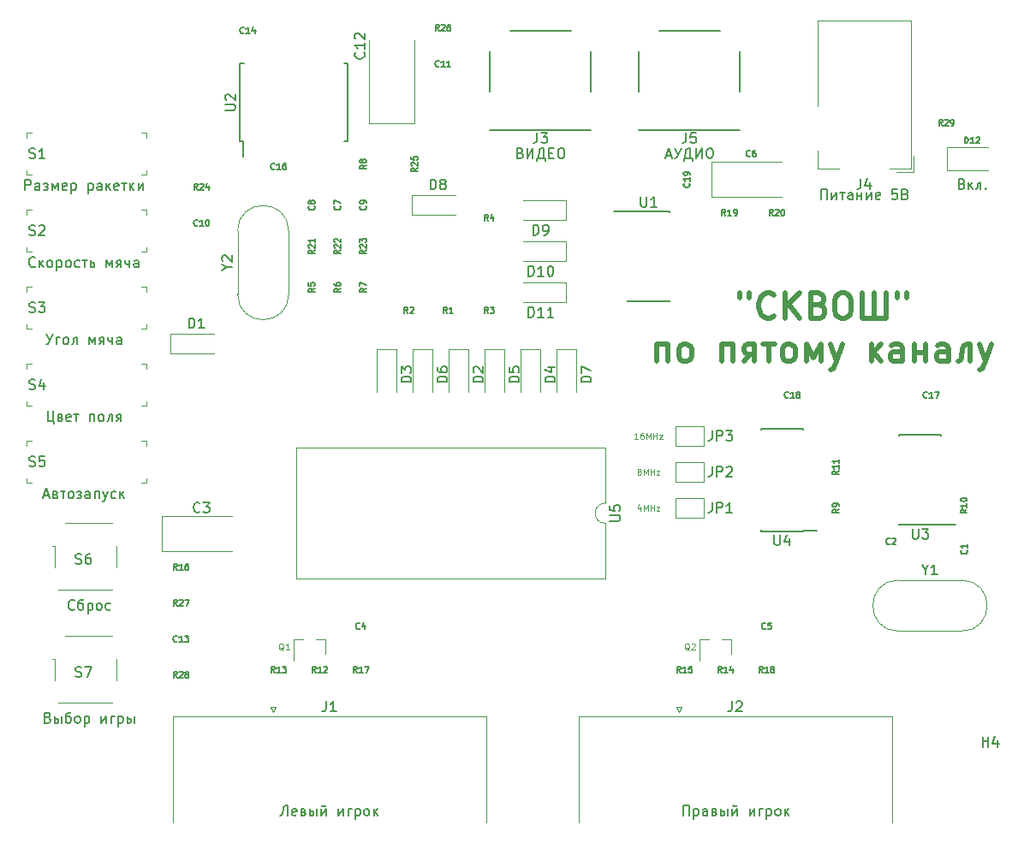
<source format=gbr>
G04 #@! TF.GenerationSoftware,KiCad,Pcbnew,5.0.2-bee76a0~70~ubuntu18.04.1*
G04 #@! TF.CreationDate,2019-12-10T23:09:57+02:00*
G04 #@! TF.ProjectId,videosport,76696465-6f73-4706-9f72-742e6b696361,rev?*
G04 #@! TF.SameCoordinates,Original*
G04 #@! TF.FileFunction,Legend,Top*
G04 #@! TF.FilePolarity,Positive*
%FSLAX46Y46*%
G04 Gerber Fmt 4.6, Leading zero omitted, Abs format (unit mm)*
G04 Created by KiCad (PCBNEW 5.0.2-bee76a0~70~ubuntu18.04.1) date Вт 10 дек 2019 23:09:57*
%MOMM*%
%LPD*%
G01*
G04 APERTURE LIST*
%ADD10C,0.500000*%
%ADD11C,0.120000*%
%ADD12C,0.100000*%
%ADD13C,0.150000*%
%ADD14C,0.203200*%
%ADD15C,0.127000*%
%ADD16C,0.125000*%
G04 APERTURE END LIST*
D10*
X180194190Y-81341952D02*
X180194190Y-81818142D01*
X181146571Y-81341952D02*
X181146571Y-81818142D01*
X183646571Y-83603857D02*
X183527523Y-83722904D01*
X183170380Y-83841952D01*
X182932285Y-83841952D01*
X182575142Y-83722904D01*
X182337047Y-83484809D01*
X182218000Y-83246714D01*
X182098952Y-82770523D01*
X182098952Y-82413380D01*
X182218000Y-81937190D01*
X182337047Y-81699095D01*
X182575142Y-81461000D01*
X182932285Y-81341952D01*
X183170380Y-81341952D01*
X183527523Y-81461000D01*
X183646571Y-81580047D01*
X184718000Y-83841952D02*
X184718000Y-81341952D01*
X186146571Y-83841952D02*
X185075142Y-82413380D01*
X186146571Y-81341952D02*
X184718000Y-82770523D01*
X188051333Y-82532428D02*
X188408476Y-82651476D01*
X188527523Y-82770523D01*
X188646571Y-83008619D01*
X188646571Y-83365761D01*
X188527523Y-83603857D01*
X188408476Y-83722904D01*
X188170380Y-83841952D01*
X187218000Y-83841952D01*
X187218000Y-81341952D01*
X188051333Y-81341952D01*
X188289428Y-81461000D01*
X188408476Y-81580047D01*
X188527523Y-81818142D01*
X188527523Y-82056238D01*
X188408476Y-82294333D01*
X188289428Y-82413380D01*
X188051333Y-82532428D01*
X187218000Y-82532428D01*
X190194190Y-81341952D02*
X190670380Y-81341952D01*
X190908476Y-81461000D01*
X191146571Y-81699095D01*
X191265619Y-82175285D01*
X191265619Y-83008619D01*
X191146571Y-83484809D01*
X190908476Y-83722904D01*
X190670380Y-83841952D01*
X190194190Y-83841952D01*
X189956095Y-83722904D01*
X189718000Y-83484809D01*
X189598952Y-83008619D01*
X189598952Y-82175285D01*
X189718000Y-81699095D01*
X189956095Y-81461000D01*
X190194190Y-81341952D01*
X193527523Y-81341952D02*
X193527523Y-83841952D01*
X192337047Y-81341952D02*
X192337047Y-83841952D01*
X194718000Y-83841952D01*
X194718000Y-81341952D01*
X195789428Y-81341952D02*
X195789428Y-81818142D01*
X196741809Y-81341952D02*
X196741809Y-81818142D01*
X172039428Y-88091952D02*
X172039428Y-86425285D01*
X173110857Y-86425285D01*
X173110857Y-88091952D01*
X174658476Y-88091952D02*
X174420380Y-87972904D01*
X174301333Y-87853857D01*
X174182285Y-87615761D01*
X174182285Y-86901476D01*
X174301333Y-86663380D01*
X174420380Y-86544333D01*
X174658476Y-86425285D01*
X175015619Y-86425285D01*
X175253714Y-86544333D01*
X175372761Y-86663380D01*
X175491809Y-86901476D01*
X175491809Y-87615761D01*
X175372761Y-87853857D01*
X175253714Y-87972904D01*
X175015619Y-88091952D01*
X174658476Y-88091952D01*
X178468000Y-88091952D02*
X178468000Y-86425285D01*
X179539428Y-86425285D01*
X179539428Y-88091952D01*
X181206095Y-87377666D02*
X180610857Y-88091952D01*
X181682285Y-88091952D02*
X181682285Y-86425285D01*
X180968000Y-86425285D01*
X180729904Y-86544333D01*
X180610857Y-86782428D01*
X180610857Y-87020523D01*
X180729904Y-87258619D01*
X180968000Y-87377666D01*
X181682285Y-87377666D01*
X182515619Y-86425285D02*
X183706095Y-86425285D01*
X183110857Y-86425285D02*
X183110857Y-88091952D01*
X184896571Y-88091952D02*
X184658476Y-87972904D01*
X184539428Y-87853857D01*
X184420380Y-87615761D01*
X184420380Y-86901476D01*
X184539428Y-86663380D01*
X184658476Y-86544333D01*
X184896571Y-86425285D01*
X185253714Y-86425285D01*
X185491809Y-86544333D01*
X185610857Y-86663380D01*
X185729904Y-86901476D01*
X185729904Y-87615761D01*
X185610857Y-87853857D01*
X185491809Y-87972904D01*
X185253714Y-88091952D01*
X184896571Y-88091952D01*
X186801333Y-88091952D02*
X186801333Y-86425285D01*
X187515619Y-87734809D01*
X188229904Y-86425285D01*
X188229904Y-88091952D01*
X189182285Y-86425285D02*
X189777523Y-88091952D01*
X190372761Y-86425285D02*
X189777523Y-88091952D01*
X189539428Y-88687190D01*
X189420380Y-88806238D01*
X189182285Y-88925285D01*
X193229904Y-86425285D02*
X193229904Y-88091952D01*
X193468000Y-87139571D02*
X194182285Y-88091952D01*
X194182285Y-86425285D02*
X193229904Y-87377666D01*
X196325142Y-88091952D02*
X196325142Y-86782428D01*
X196206095Y-86544333D01*
X195968000Y-86425285D01*
X195491809Y-86425285D01*
X195253714Y-86544333D01*
X196325142Y-87972904D02*
X196087047Y-88091952D01*
X195491809Y-88091952D01*
X195253714Y-87972904D01*
X195134666Y-87734809D01*
X195134666Y-87496714D01*
X195253714Y-87258619D01*
X195491809Y-87139571D01*
X196087047Y-87139571D01*
X196325142Y-87020523D01*
X197515619Y-87258619D02*
X198587047Y-87258619D01*
X197515619Y-86425285D02*
X197515619Y-88091952D01*
X198587047Y-86425285D02*
X198587047Y-88091952D01*
X200848952Y-88091952D02*
X200848952Y-86782428D01*
X200729904Y-86544333D01*
X200491809Y-86425285D01*
X200015619Y-86425285D01*
X199777523Y-86544333D01*
X200848952Y-87972904D02*
X200610857Y-88091952D01*
X200015619Y-88091952D01*
X199777523Y-87972904D01*
X199658476Y-87734809D01*
X199658476Y-87496714D01*
X199777523Y-87258619D01*
X200015619Y-87139571D01*
X200610857Y-87139571D01*
X200848952Y-87020523D01*
X202991809Y-88091952D02*
X202991809Y-86425285D01*
X202634666Y-86425285D01*
X202396571Y-86544333D01*
X202277523Y-86782428D01*
X202158476Y-87734809D01*
X202039428Y-87972904D01*
X201801333Y-88091952D01*
X203944190Y-86425285D02*
X204539428Y-88091952D01*
X205134666Y-86425285D02*
X204539428Y-88091952D01*
X204301333Y-88687190D01*
X204182285Y-88806238D01*
X203944190Y-88925285D01*
D11*
G04 #@! TO.C,D12*
X204800000Y-66937000D02*
X200740000Y-66937000D01*
X200740000Y-66937000D02*
X200740000Y-69207000D01*
X200740000Y-69207000D02*
X204800000Y-69207000D01*
G04 #@! TO.C,D8*
X152118000Y-71644000D02*
X147818000Y-71644000D01*
X147818000Y-71644000D02*
X147818000Y-73644000D01*
X147818000Y-73644000D02*
X152118000Y-73644000D01*
G04 #@! TO.C,D6*
X147844000Y-86858000D02*
X147844000Y-91158000D01*
X149844000Y-86858000D02*
X147844000Y-86858000D01*
X149844000Y-91158000D02*
X149844000Y-86858000D01*
G04 #@! TO.C,D11*
X158778000Y-82280000D02*
X163078000Y-82280000D01*
X163078000Y-82280000D02*
X163078000Y-80280000D01*
X163078000Y-80280000D02*
X158778000Y-80280000D01*
G04 #@! TO.C,D10*
X163078000Y-76216000D02*
X158778000Y-76216000D01*
X163078000Y-78216000D02*
X163078000Y-76216000D01*
X158778000Y-78216000D02*
X163078000Y-78216000D01*
G04 #@! TO.C,D9*
X158778000Y-74152000D02*
X163078000Y-74152000D01*
X163078000Y-74152000D02*
X163078000Y-72152000D01*
X163078000Y-72152000D02*
X158778000Y-72152000D01*
G04 #@! TO.C,D7*
X162068000Y-86858000D02*
X162068000Y-91158000D01*
X164068000Y-86858000D02*
X162068000Y-86858000D01*
X164068000Y-91158000D02*
X164068000Y-86858000D01*
G04 #@! TO.C,D5*
X156956000Y-91158000D02*
X156956000Y-86858000D01*
X156956000Y-86858000D02*
X154956000Y-86858000D01*
X154956000Y-86858000D02*
X154956000Y-91158000D01*
G04 #@! TO.C,D4*
X158512000Y-86858000D02*
X158512000Y-91158000D01*
X160512000Y-86858000D02*
X158512000Y-86858000D01*
X160512000Y-91158000D02*
X160512000Y-86858000D01*
G04 #@! TO.C,D3*
X146288000Y-91158000D02*
X146288000Y-86858000D01*
X146288000Y-86858000D02*
X144288000Y-86858000D01*
X144288000Y-86858000D02*
X144288000Y-91158000D01*
G04 #@! TO.C,D2*
X151400000Y-86858000D02*
X151400000Y-91158000D01*
X153400000Y-86858000D02*
X151400000Y-86858000D01*
X153400000Y-91158000D02*
X153400000Y-86858000D01*
G04 #@! TO.C,D1*
X128242000Y-85360000D02*
X123942000Y-85360000D01*
X123942000Y-85360000D02*
X123942000Y-87360000D01*
X123942000Y-87360000D02*
X128242000Y-87360000D01*
G04 #@! TO.C,U5*
X166938000Y-104124000D02*
G75*
G02X166938000Y-102124000I0J1000000D01*
G01*
X166938000Y-102124000D02*
X166938000Y-96664000D01*
X166938000Y-96664000D02*
X136338000Y-96664000D01*
X136338000Y-96664000D02*
X136338000Y-109584000D01*
X136338000Y-109584000D02*
X166938000Y-109584000D01*
X166938000Y-109584000D02*
X166938000Y-104124000D01*
D12*
G04 #@! TO.C,S5*
X121584000Y-95944000D02*
X121084000Y-95944000D01*
X121584000Y-95944000D02*
X121584000Y-96444000D01*
X109684000Y-95944000D02*
X109684000Y-96444000D01*
X109684000Y-95944000D02*
X110184000Y-95944000D01*
X109684000Y-100144000D02*
X109684000Y-99644000D01*
X109684000Y-100144000D02*
X110184000Y-100144000D01*
X121584000Y-100144000D02*
X121584000Y-99644000D01*
X121584000Y-100144000D02*
X121084000Y-100144000D01*
G04 #@! TO.C,S2*
X121584000Y-77284000D02*
X121084000Y-77284000D01*
X121584000Y-77284000D02*
X121584000Y-76784000D01*
X109684000Y-77284000D02*
X110184000Y-77284000D01*
X109684000Y-77284000D02*
X109684000Y-76784000D01*
X109684000Y-73084000D02*
X110184000Y-73084000D01*
X109684000Y-73084000D02*
X109684000Y-73584000D01*
X121584000Y-73084000D02*
X121584000Y-73584000D01*
X121584000Y-73084000D02*
X121084000Y-73084000D01*
G04 #@! TO.C,S3*
X121584000Y-80704000D02*
X121084000Y-80704000D01*
X121584000Y-80704000D02*
X121584000Y-81204000D01*
X109684000Y-80704000D02*
X109684000Y-81204000D01*
X109684000Y-80704000D02*
X110184000Y-80704000D01*
X109684000Y-84904000D02*
X109684000Y-84404000D01*
X109684000Y-84904000D02*
X110184000Y-84904000D01*
X121584000Y-84904000D02*
X121584000Y-84404000D01*
X121584000Y-84904000D02*
X121084000Y-84904000D01*
G04 #@! TO.C,S4*
X121584000Y-92524000D02*
X121084000Y-92524000D01*
X121584000Y-92524000D02*
X121584000Y-92024000D01*
X109684000Y-92524000D02*
X110184000Y-92524000D01*
X109684000Y-92524000D02*
X109684000Y-92024000D01*
X109684000Y-88324000D02*
X110184000Y-88324000D01*
X109684000Y-88324000D02*
X109684000Y-88824000D01*
X121584000Y-88324000D02*
X121584000Y-88824000D01*
X121584000Y-88324000D02*
X121084000Y-88324000D01*
G04 #@! TO.C,S7*
X113468000Y-115290600D02*
X118135400Y-115290600D01*
X112471200Y-117525800D02*
X112471200Y-119634000D01*
X118577200Y-117536800D02*
X118577200Y-119632000D01*
X118160800Y-121894600D02*
X112868000Y-121884800D01*
X112471200Y-117532400D02*
X112221200Y-117532400D01*
G04 #@! TO.C,S6*
X112471200Y-106356400D02*
X112221200Y-106356400D01*
X118160800Y-110718600D02*
X112868000Y-110708800D01*
X118577200Y-106360800D02*
X118577200Y-108456000D01*
X112471200Y-106349800D02*
X112471200Y-108458000D01*
X113468000Y-104114600D02*
X118135400Y-104114600D01*
D11*
G04 #@! TO.C,C3*
X123065000Y-106866000D02*
X130000000Y-106866000D01*
X123065000Y-103446000D02*
X123065000Y-106866000D01*
X130000000Y-103446000D02*
X123065000Y-103446000D01*
G04 #@! TO.C,C6*
X184356000Y-68394000D02*
X177421000Y-68394000D01*
X177421000Y-68394000D02*
X177421000Y-71814000D01*
X177421000Y-71814000D02*
X184356000Y-71814000D01*
G04 #@! TO.C,C12*
X143536000Y-56294000D02*
X143536000Y-64529000D01*
X143536000Y-64529000D02*
X148056000Y-64529000D01*
X148056000Y-64529000D02*
X148056000Y-56294000D01*
G04 #@! TO.C,Y2*
X130571000Y-81457000D02*
X130571000Y-75207000D01*
X135621000Y-81457000D02*
X135621000Y-75207000D01*
X135621000Y-81457000D02*
G75*
G02X130571000Y-81457000I-2525000J0D01*
G01*
X135621000Y-75207000D02*
G75*
G03X130571000Y-75207000I-2525000J0D01*
G01*
G04 #@! TO.C,Q2*
X179380000Y-115572000D02*
X179380000Y-117032000D01*
X176220000Y-115572000D02*
X176220000Y-117732000D01*
X176220000Y-115572000D02*
X177150000Y-115572000D01*
X179380000Y-115572000D02*
X178450000Y-115572000D01*
G04 #@! TO.C,Q1*
X139248000Y-115572000D02*
X138318000Y-115572000D01*
X136088000Y-115572000D02*
X137018000Y-115572000D01*
X136088000Y-115572000D02*
X136088000Y-117732000D01*
X139248000Y-115572000D02*
X139248000Y-117032000D01*
D12*
G04 #@! TO.C,S1*
X121584000Y-69664000D02*
X121084000Y-69664000D01*
X121584000Y-69664000D02*
X121584000Y-69164000D01*
X109684000Y-69664000D02*
X110184000Y-69664000D01*
X109684000Y-69664000D02*
X109684000Y-69164000D01*
X109684000Y-65464000D02*
X110184000Y-65464000D01*
X109684000Y-65464000D02*
X109684000Y-65964000D01*
X121584000Y-65464000D02*
X121584000Y-65964000D01*
X121584000Y-65464000D02*
X121084000Y-65464000D01*
D11*
G04 #@! TO.C,Y1*
X195911000Y-109743000D02*
X202161000Y-109743000D01*
X195911000Y-114793000D02*
X202161000Y-114793000D01*
X195911000Y-114793000D02*
G75*
G02X195911000Y-109743000I0J2525000D01*
G01*
X202161000Y-114793000D02*
G75*
G03X202161000Y-109743000I0J2525000D01*
G01*
G04 #@! TO.C,JP3*
X176660000Y-94504000D02*
X176660000Y-96504000D01*
X173860000Y-94504000D02*
X176660000Y-94504000D01*
X173860000Y-96504000D02*
X173860000Y-94504000D01*
X176660000Y-96504000D02*
X173860000Y-96504000D01*
G04 #@! TO.C,JP2*
X176660000Y-100060000D02*
X173860000Y-100060000D01*
X173860000Y-100060000D02*
X173860000Y-98060000D01*
X173860000Y-98060000D02*
X176660000Y-98060000D01*
X176660000Y-98060000D02*
X176660000Y-100060000D01*
G04 #@! TO.C,JP1*
X176660000Y-101616000D02*
X176660000Y-103616000D01*
X173860000Y-101616000D02*
X176660000Y-101616000D01*
X173860000Y-103616000D02*
X173860000Y-101616000D01*
X176660000Y-103616000D02*
X173860000Y-103616000D01*
D13*
G04 #@! TO.C,U3*
X200155157Y-104275735D02*
X200155157Y-104250735D01*
X196005157Y-104275735D02*
X196005157Y-104160735D01*
X196005157Y-95375735D02*
X196005157Y-95490735D01*
X200155157Y-95375735D02*
X200155157Y-95490735D01*
X200155157Y-104275735D02*
X196005157Y-104275735D01*
X200155157Y-95375735D02*
X196005157Y-95375735D01*
X200155157Y-104250735D02*
X201530157Y-104250735D01*
G04 #@! TO.C,U4*
X186479000Y-104900735D02*
X186479000Y-104875735D01*
X182329000Y-104900735D02*
X182329000Y-104795735D01*
X182329000Y-94750735D02*
X182329000Y-94855735D01*
X186479000Y-94750735D02*
X186479000Y-94855735D01*
X186479000Y-104900735D02*
X182329000Y-104900735D01*
X186479000Y-94750735D02*
X182329000Y-94750735D01*
X186479000Y-104875735D02*
X187854000Y-104875735D01*
D14*
G04 #@! TO.C,J5*
X180258720Y-57437020D02*
X180258720Y-61434980D01*
X180258720Y-65234820D02*
X170261280Y-65234820D01*
X170261280Y-57437020D02*
X170261280Y-61434980D01*
X178259740Y-55438040D02*
X172260260Y-55438040D01*
D11*
G04 #@! TO.C,J4*
X187932000Y-62872000D02*
X187932000Y-54372000D01*
X187932000Y-54372000D02*
X197132000Y-54372000D01*
X197132000Y-54372000D02*
X197132000Y-69072000D01*
X190032000Y-69072000D02*
X187932000Y-69072000D01*
X187932000Y-69072000D02*
X187932000Y-67272000D01*
X195732000Y-69372000D02*
X197432000Y-69372000D01*
X197432000Y-69372000D02*
X197432000Y-67772000D01*
X197132000Y-69072000D02*
X195032000Y-69072000D01*
D14*
G04 #@! TO.C,J3*
X165526720Y-57437020D02*
X165526720Y-61434980D01*
X165526720Y-65234820D02*
X155529280Y-65234820D01*
X155529280Y-57437020D02*
X155529280Y-61434980D01*
X163527740Y-55438040D02*
X157528260Y-55438040D01*
D11*
G04 #@! TO.C,J2*
X174244000Y-122762675D02*
X173994000Y-122329662D01*
X174494000Y-122329662D02*
X174244000Y-122762675D01*
X173994000Y-122329662D02*
X174494000Y-122329662D01*
X195269000Y-123224000D02*
X195269000Y-133704000D01*
X164299000Y-123224000D02*
X195269000Y-123224000D01*
X164299000Y-133704000D02*
X164299000Y-123224000D01*
G04 #@! TO.C,J1*
X124167000Y-133704000D02*
X124167000Y-123224000D01*
X124167000Y-123224000D02*
X155137000Y-123224000D01*
X155137000Y-123224000D02*
X155137000Y-133704000D01*
X133862000Y-122329662D02*
X134362000Y-122329662D01*
X134362000Y-122329662D02*
X134112000Y-122762675D01*
X134112000Y-122762675D02*
X133862000Y-122329662D01*
D13*
G04 #@! TO.C,U1*
X169121000Y-73274000D02*
X169121000Y-73299000D01*
X173271000Y-73274000D02*
X173271000Y-73389000D01*
X173271000Y-82174000D02*
X173271000Y-82059000D01*
X169121000Y-82174000D02*
X169121000Y-82059000D01*
X169121000Y-73274000D02*
X173271000Y-73274000D01*
X169121000Y-82174000D02*
X173271000Y-82174000D01*
X169121000Y-73299000D02*
X167746000Y-73299000D01*
G04 #@! TO.C,U2*
X130819000Y-66359000D02*
X131094000Y-66359000D01*
X130819000Y-58609000D02*
X131174000Y-58609000D01*
X141469000Y-58609000D02*
X141114000Y-58609000D01*
X141469000Y-66359000D02*
X141114000Y-66359000D01*
X130819000Y-66359000D02*
X130819000Y-58609000D01*
X141469000Y-66359000D02*
X141469000Y-58609000D01*
X131094000Y-66359000D02*
X131094000Y-67884000D01*
G04 #@! TO.C,D12*
D15*
X202459771Y-66527771D02*
X202459771Y-65918171D01*
X202604914Y-65918171D01*
X202692000Y-65947200D01*
X202750057Y-66005257D01*
X202779085Y-66063314D01*
X202808114Y-66179428D01*
X202808114Y-66266514D01*
X202779085Y-66382628D01*
X202750057Y-66440685D01*
X202692000Y-66498742D01*
X202604914Y-66527771D01*
X202459771Y-66527771D01*
X203388685Y-66527771D02*
X203040342Y-66527771D01*
X203214514Y-66527771D02*
X203214514Y-65918171D01*
X203156457Y-66005257D01*
X203098400Y-66063314D01*
X203040342Y-66092342D01*
X203620914Y-65976228D02*
X203649942Y-65947200D01*
X203708000Y-65918171D01*
X203853142Y-65918171D01*
X203911200Y-65947200D01*
X203940228Y-65976228D01*
X203969257Y-66034285D01*
X203969257Y-66092342D01*
X203940228Y-66179428D01*
X203591885Y-66527771D01*
X203969257Y-66527771D01*
D13*
X202200000Y-70540571D02*
X202342857Y-70588190D01*
X202390476Y-70635809D01*
X202438095Y-70731047D01*
X202438095Y-70873904D01*
X202390476Y-70969142D01*
X202342857Y-71016761D01*
X202247619Y-71064380D01*
X201866666Y-71064380D01*
X201866666Y-70064380D01*
X202200000Y-70064380D01*
X202295238Y-70112000D01*
X202342857Y-70159619D01*
X202390476Y-70254857D01*
X202390476Y-70350095D01*
X202342857Y-70445333D01*
X202295238Y-70492952D01*
X202200000Y-70540571D01*
X201866666Y-70540571D01*
X202866666Y-70397714D02*
X202866666Y-71064380D01*
X202961904Y-70683428D02*
X203247619Y-71064380D01*
X203247619Y-70397714D02*
X202866666Y-70778666D01*
X204057142Y-71064380D02*
X204057142Y-70397714D01*
X203914285Y-70397714D01*
X203819047Y-70445333D01*
X203771428Y-70540571D01*
X203723809Y-70921523D01*
X203676190Y-71016761D01*
X203580952Y-71064380D01*
X204533333Y-70969142D02*
X204580952Y-71016761D01*
X204533333Y-71064380D01*
X204485714Y-71016761D01*
X204533333Y-70969142D01*
X204533333Y-71064380D01*
G04 #@! TO.C,R29*
D15*
X200268114Y-64791771D02*
X200064914Y-64501485D01*
X199919771Y-64791771D02*
X199919771Y-64182171D01*
X200152000Y-64182171D01*
X200210057Y-64211200D01*
X200239085Y-64240228D01*
X200268114Y-64298285D01*
X200268114Y-64385371D01*
X200239085Y-64443428D01*
X200210057Y-64472457D01*
X200152000Y-64501485D01*
X199919771Y-64501485D01*
X200500342Y-64240228D02*
X200529371Y-64211200D01*
X200587428Y-64182171D01*
X200732571Y-64182171D01*
X200790628Y-64211200D01*
X200819657Y-64240228D01*
X200848685Y-64298285D01*
X200848685Y-64356342D01*
X200819657Y-64443428D01*
X200471314Y-64791771D01*
X200848685Y-64791771D01*
X201138971Y-64791771D02*
X201255085Y-64791771D01*
X201313142Y-64762742D01*
X201342171Y-64733714D01*
X201400228Y-64646628D01*
X201429257Y-64530514D01*
X201429257Y-64298285D01*
X201400228Y-64240228D01*
X201371200Y-64211200D01*
X201313142Y-64182171D01*
X201197028Y-64182171D01*
X201138971Y-64211200D01*
X201109942Y-64240228D01*
X201080914Y-64298285D01*
X201080914Y-64443428D01*
X201109942Y-64501485D01*
X201138971Y-64530514D01*
X201197028Y-64559542D01*
X201313142Y-64559542D01*
X201371200Y-64530514D01*
X201400228Y-64501485D01*
X201429257Y-64443428D01*
G04 #@! TO.C,H4*
D13*
X204241495Y-126234340D02*
X204241495Y-125234340D01*
X204241495Y-125710531D02*
X204812923Y-125710531D01*
X204812923Y-126234340D02*
X204812923Y-125234340D01*
X205717685Y-125567674D02*
X205717685Y-126234340D01*
X205479590Y-125186721D02*
X205241495Y-125901007D01*
X205860542Y-125901007D01*
G04 #@! TO.C,D8*
X149629904Y-71096380D02*
X149629904Y-70096380D01*
X149868000Y-70096380D01*
X150010857Y-70144000D01*
X150106095Y-70239238D01*
X150153714Y-70334476D01*
X150201333Y-70524952D01*
X150201333Y-70667809D01*
X150153714Y-70858285D01*
X150106095Y-70953523D01*
X150010857Y-71048761D01*
X149868000Y-71096380D01*
X149629904Y-71096380D01*
X150772761Y-70524952D02*
X150677523Y-70477333D01*
X150629904Y-70429714D01*
X150582285Y-70334476D01*
X150582285Y-70286857D01*
X150629904Y-70191619D01*
X150677523Y-70144000D01*
X150772761Y-70096380D01*
X150963238Y-70096380D01*
X151058476Y-70144000D01*
X151106095Y-70191619D01*
X151153714Y-70286857D01*
X151153714Y-70334476D01*
X151106095Y-70429714D01*
X151058476Y-70477333D01*
X150963238Y-70524952D01*
X150772761Y-70524952D01*
X150677523Y-70572571D01*
X150629904Y-70620190D01*
X150582285Y-70715428D01*
X150582285Y-70905904D01*
X150629904Y-71001142D01*
X150677523Y-71048761D01*
X150772761Y-71096380D01*
X150963238Y-71096380D01*
X151058476Y-71048761D01*
X151106095Y-71001142D01*
X151153714Y-70905904D01*
X151153714Y-70715428D01*
X151106095Y-70620190D01*
X151058476Y-70572571D01*
X150963238Y-70524952D01*
G04 #@! TO.C,D6*
X151296380Y-90146095D02*
X150296380Y-90146095D01*
X150296380Y-89908000D01*
X150344000Y-89765142D01*
X150439238Y-89669904D01*
X150534476Y-89622285D01*
X150724952Y-89574666D01*
X150867809Y-89574666D01*
X151058285Y-89622285D01*
X151153523Y-89669904D01*
X151248761Y-89765142D01*
X151296380Y-89908000D01*
X151296380Y-90146095D01*
X150296380Y-88717523D02*
X150296380Y-88908000D01*
X150344000Y-89003238D01*
X150391619Y-89050857D01*
X150534476Y-89146095D01*
X150724952Y-89193714D01*
X151105904Y-89193714D01*
X151201142Y-89146095D01*
X151248761Y-89098476D01*
X151296380Y-89003238D01*
X151296380Y-88812761D01*
X151248761Y-88717523D01*
X151201142Y-88669904D01*
X151105904Y-88622285D01*
X150867809Y-88622285D01*
X150772571Y-88669904D01*
X150724952Y-88717523D01*
X150677333Y-88812761D01*
X150677333Y-89003238D01*
X150724952Y-89098476D01*
X150772571Y-89146095D01*
X150867809Y-89193714D01*
G04 #@! TO.C,D11*
X159313714Y-83732380D02*
X159313714Y-82732380D01*
X159551809Y-82732380D01*
X159694666Y-82780000D01*
X159789904Y-82875238D01*
X159837523Y-82970476D01*
X159885142Y-83160952D01*
X159885142Y-83303809D01*
X159837523Y-83494285D01*
X159789904Y-83589523D01*
X159694666Y-83684761D01*
X159551809Y-83732380D01*
X159313714Y-83732380D01*
X160837523Y-83732380D02*
X160266095Y-83732380D01*
X160551809Y-83732380D02*
X160551809Y-82732380D01*
X160456571Y-82875238D01*
X160361333Y-82970476D01*
X160266095Y-83018095D01*
X161789904Y-83732380D02*
X161218476Y-83732380D01*
X161504190Y-83732380D02*
X161504190Y-82732380D01*
X161408952Y-82875238D01*
X161313714Y-82970476D01*
X161218476Y-83018095D01*
G04 #@! TO.C,D10*
X159313714Y-79668380D02*
X159313714Y-78668380D01*
X159551809Y-78668380D01*
X159694666Y-78716000D01*
X159789904Y-78811238D01*
X159837523Y-78906476D01*
X159885142Y-79096952D01*
X159885142Y-79239809D01*
X159837523Y-79430285D01*
X159789904Y-79525523D01*
X159694666Y-79620761D01*
X159551809Y-79668380D01*
X159313714Y-79668380D01*
X160837523Y-79668380D02*
X160266095Y-79668380D01*
X160551809Y-79668380D02*
X160551809Y-78668380D01*
X160456571Y-78811238D01*
X160361333Y-78906476D01*
X160266095Y-78954095D01*
X161456571Y-78668380D02*
X161551809Y-78668380D01*
X161647047Y-78716000D01*
X161694666Y-78763619D01*
X161742285Y-78858857D01*
X161789904Y-79049333D01*
X161789904Y-79287428D01*
X161742285Y-79477904D01*
X161694666Y-79573142D01*
X161647047Y-79620761D01*
X161551809Y-79668380D01*
X161456571Y-79668380D01*
X161361333Y-79620761D01*
X161313714Y-79573142D01*
X161266095Y-79477904D01*
X161218476Y-79287428D01*
X161218476Y-79049333D01*
X161266095Y-78858857D01*
X161313714Y-78763619D01*
X161361333Y-78716000D01*
X161456571Y-78668380D01*
G04 #@! TO.C,D9*
X159789904Y-75604380D02*
X159789904Y-74604380D01*
X160028000Y-74604380D01*
X160170857Y-74652000D01*
X160266095Y-74747238D01*
X160313714Y-74842476D01*
X160361333Y-75032952D01*
X160361333Y-75175809D01*
X160313714Y-75366285D01*
X160266095Y-75461523D01*
X160170857Y-75556761D01*
X160028000Y-75604380D01*
X159789904Y-75604380D01*
X160837523Y-75604380D02*
X161028000Y-75604380D01*
X161123238Y-75556761D01*
X161170857Y-75509142D01*
X161266095Y-75366285D01*
X161313714Y-75175809D01*
X161313714Y-74794857D01*
X161266095Y-74699619D01*
X161218476Y-74652000D01*
X161123238Y-74604380D01*
X160932761Y-74604380D01*
X160837523Y-74652000D01*
X160789904Y-74699619D01*
X160742285Y-74794857D01*
X160742285Y-75032952D01*
X160789904Y-75128190D01*
X160837523Y-75175809D01*
X160932761Y-75223428D01*
X161123238Y-75223428D01*
X161218476Y-75175809D01*
X161266095Y-75128190D01*
X161313714Y-75032952D01*
G04 #@! TO.C,D7*
X165520380Y-90146095D02*
X164520380Y-90146095D01*
X164520380Y-89908000D01*
X164568000Y-89765142D01*
X164663238Y-89669904D01*
X164758476Y-89622285D01*
X164948952Y-89574666D01*
X165091809Y-89574666D01*
X165282285Y-89622285D01*
X165377523Y-89669904D01*
X165472761Y-89765142D01*
X165520380Y-89908000D01*
X165520380Y-90146095D01*
X164520380Y-89241333D02*
X164520380Y-88574666D01*
X165520380Y-89003238D01*
G04 #@! TO.C,D5*
X158408380Y-90146095D02*
X157408380Y-90146095D01*
X157408380Y-89908000D01*
X157456000Y-89765142D01*
X157551238Y-89669904D01*
X157646476Y-89622285D01*
X157836952Y-89574666D01*
X157979809Y-89574666D01*
X158170285Y-89622285D01*
X158265523Y-89669904D01*
X158360761Y-89765142D01*
X158408380Y-89908000D01*
X158408380Y-90146095D01*
X157408380Y-88669904D02*
X157408380Y-89146095D01*
X157884571Y-89193714D01*
X157836952Y-89146095D01*
X157789333Y-89050857D01*
X157789333Y-88812761D01*
X157836952Y-88717523D01*
X157884571Y-88669904D01*
X157979809Y-88622285D01*
X158217904Y-88622285D01*
X158313142Y-88669904D01*
X158360761Y-88717523D01*
X158408380Y-88812761D01*
X158408380Y-89050857D01*
X158360761Y-89146095D01*
X158313142Y-89193714D01*
G04 #@! TO.C,D4*
X161964380Y-90146095D02*
X160964380Y-90146095D01*
X160964380Y-89908000D01*
X161012000Y-89765142D01*
X161107238Y-89669904D01*
X161202476Y-89622285D01*
X161392952Y-89574666D01*
X161535809Y-89574666D01*
X161726285Y-89622285D01*
X161821523Y-89669904D01*
X161916761Y-89765142D01*
X161964380Y-89908000D01*
X161964380Y-90146095D01*
X161297714Y-88717523D02*
X161964380Y-88717523D01*
X160916761Y-88955619D02*
X161631047Y-89193714D01*
X161631047Y-88574666D01*
G04 #@! TO.C,D3*
X147740380Y-90146095D02*
X146740380Y-90146095D01*
X146740380Y-89908000D01*
X146788000Y-89765142D01*
X146883238Y-89669904D01*
X146978476Y-89622285D01*
X147168952Y-89574666D01*
X147311809Y-89574666D01*
X147502285Y-89622285D01*
X147597523Y-89669904D01*
X147692761Y-89765142D01*
X147740380Y-89908000D01*
X147740380Y-90146095D01*
X146740380Y-89241333D02*
X146740380Y-88622285D01*
X147121333Y-88955619D01*
X147121333Y-88812761D01*
X147168952Y-88717523D01*
X147216571Y-88669904D01*
X147311809Y-88622285D01*
X147549904Y-88622285D01*
X147645142Y-88669904D01*
X147692761Y-88717523D01*
X147740380Y-88812761D01*
X147740380Y-89098476D01*
X147692761Y-89193714D01*
X147645142Y-89241333D01*
G04 #@! TO.C,D2*
X154852380Y-90146095D02*
X153852380Y-90146095D01*
X153852380Y-89908000D01*
X153900000Y-89765142D01*
X153995238Y-89669904D01*
X154090476Y-89622285D01*
X154280952Y-89574666D01*
X154423809Y-89574666D01*
X154614285Y-89622285D01*
X154709523Y-89669904D01*
X154804761Y-89765142D01*
X154852380Y-89908000D01*
X154852380Y-90146095D01*
X153947619Y-89193714D02*
X153900000Y-89146095D01*
X153852380Y-89050857D01*
X153852380Y-88812761D01*
X153900000Y-88717523D01*
X153947619Y-88669904D01*
X154042857Y-88622285D01*
X154138095Y-88622285D01*
X154280952Y-88669904D01*
X154852380Y-89241333D01*
X154852380Y-88622285D01*
G04 #@! TO.C,D1*
X125753904Y-84812380D02*
X125753904Y-83812380D01*
X125992000Y-83812380D01*
X126134857Y-83860000D01*
X126230095Y-83955238D01*
X126277714Y-84050476D01*
X126325333Y-84240952D01*
X126325333Y-84383809D01*
X126277714Y-84574285D01*
X126230095Y-84669523D01*
X126134857Y-84764761D01*
X125992000Y-84812380D01*
X125753904Y-84812380D01*
X127277714Y-84812380D02*
X126706285Y-84812380D01*
X126992000Y-84812380D02*
X126992000Y-83812380D01*
X126896761Y-83955238D01*
X126801523Y-84050476D01*
X126706285Y-84098095D01*
G04 #@! TO.C,U5*
X167390380Y-103885904D02*
X168199904Y-103885904D01*
X168295142Y-103838285D01*
X168342761Y-103790666D01*
X168390380Y-103695428D01*
X168390380Y-103504952D01*
X168342761Y-103409714D01*
X168295142Y-103362095D01*
X168199904Y-103314476D01*
X167390380Y-103314476D01*
X167390380Y-102362095D02*
X167390380Y-102838285D01*
X167866571Y-102885904D01*
X167818952Y-102838285D01*
X167771333Y-102743047D01*
X167771333Y-102504952D01*
X167818952Y-102409714D01*
X167866571Y-102362095D01*
X167961809Y-102314476D01*
X168199904Y-102314476D01*
X168295142Y-102362095D01*
X168342761Y-102409714D01*
X168390380Y-102504952D01*
X168390380Y-102743047D01*
X168342761Y-102838285D01*
X168295142Y-102885904D01*
G04 #@! TO.C,C13*
D15*
X124576114Y-115787714D02*
X124547085Y-115816742D01*
X124460000Y-115845771D01*
X124401942Y-115845771D01*
X124314857Y-115816742D01*
X124256800Y-115758685D01*
X124227771Y-115700628D01*
X124198742Y-115584514D01*
X124198742Y-115497428D01*
X124227771Y-115381314D01*
X124256800Y-115323257D01*
X124314857Y-115265200D01*
X124401942Y-115236171D01*
X124460000Y-115236171D01*
X124547085Y-115265200D01*
X124576114Y-115294228D01*
X125156685Y-115845771D02*
X124808342Y-115845771D01*
X124982514Y-115845771D02*
X124982514Y-115236171D01*
X124924457Y-115323257D01*
X124866400Y-115381314D01*
X124808342Y-115410342D01*
X125359885Y-115236171D02*
X125737257Y-115236171D01*
X125534057Y-115468400D01*
X125621142Y-115468400D01*
X125679200Y-115497428D01*
X125708228Y-115526457D01*
X125737257Y-115584514D01*
X125737257Y-115729657D01*
X125708228Y-115787714D01*
X125679200Y-115816742D01*
X125621142Y-115845771D01*
X125446971Y-115845771D01*
X125388914Y-115816742D01*
X125359885Y-115787714D01*
G04 #@! TO.C,C14*
X131180114Y-55589714D02*
X131151085Y-55618742D01*
X131064000Y-55647771D01*
X131005942Y-55647771D01*
X130918857Y-55618742D01*
X130860800Y-55560685D01*
X130831771Y-55502628D01*
X130802742Y-55386514D01*
X130802742Y-55299428D01*
X130831771Y-55183314D01*
X130860800Y-55125257D01*
X130918857Y-55067200D01*
X131005942Y-55038171D01*
X131064000Y-55038171D01*
X131151085Y-55067200D01*
X131180114Y-55096228D01*
X131760685Y-55647771D02*
X131412342Y-55647771D01*
X131586514Y-55647771D02*
X131586514Y-55038171D01*
X131528457Y-55125257D01*
X131470400Y-55183314D01*
X131412342Y-55212342D01*
X132283200Y-55241371D02*
X132283200Y-55647771D01*
X132138057Y-55009142D02*
X131992914Y-55444571D01*
X132370285Y-55444571D01*
G04 #@! TO.C,C16*
X134228114Y-69051714D02*
X134199085Y-69080742D01*
X134112000Y-69109771D01*
X134053942Y-69109771D01*
X133966857Y-69080742D01*
X133908800Y-69022685D01*
X133879771Y-68964628D01*
X133850742Y-68848514D01*
X133850742Y-68761428D01*
X133879771Y-68645314D01*
X133908800Y-68587257D01*
X133966857Y-68529200D01*
X134053942Y-68500171D01*
X134112000Y-68500171D01*
X134199085Y-68529200D01*
X134228114Y-68558228D01*
X134808685Y-69109771D02*
X134460342Y-69109771D01*
X134634514Y-69109771D02*
X134634514Y-68500171D01*
X134576457Y-68587257D01*
X134518400Y-68645314D01*
X134460342Y-68674342D01*
X135331200Y-68500171D02*
X135215085Y-68500171D01*
X135157028Y-68529200D01*
X135128000Y-68558228D01*
X135069942Y-68645314D01*
X135040914Y-68761428D01*
X135040914Y-68993657D01*
X135069942Y-69051714D01*
X135098971Y-69080742D01*
X135157028Y-69109771D01*
X135273142Y-69109771D01*
X135331200Y-69080742D01*
X135360228Y-69051714D01*
X135389257Y-68993657D01*
X135389257Y-68848514D01*
X135360228Y-68790457D01*
X135331200Y-68761428D01*
X135273142Y-68732400D01*
X135157028Y-68732400D01*
X135098971Y-68761428D01*
X135069942Y-68790457D01*
X135040914Y-68848514D01*
G04 #@! TO.C,C17*
X198744114Y-91657714D02*
X198715085Y-91686742D01*
X198628000Y-91715771D01*
X198569942Y-91715771D01*
X198482857Y-91686742D01*
X198424800Y-91628685D01*
X198395771Y-91570628D01*
X198366742Y-91454514D01*
X198366742Y-91367428D01*
X198395771Y-91251314D01*
X198424800Y-91193257D01*
X198482857Y-91135200D01*
X198569942Y-91106171D01*
X198628000Y-91106171D01*
X198715085Y-91135200D01*
X198744114Y-91164228D01*
X199324685Y-91715771D02*
X198976342Y-91715771D01*
X199150514Y-91715771D02*
X199150514Y-91106171D01*
X199092457Y-91193257D01*
X199034400Y-91251314D01*
X198976342Y-91280342D01*
X199527885Y-91106171D02*
X199934285Y-91106171D01*
X199673028Y-91715771D01*
G04 #@! TO.C,C18*
X185028114Y-91657714D02*
X184999085Y-91686742D01*
X184912000Y-91715771D01*
X184853942Y-91715771D01*
X184766857Y-91686742D01*
X184708800Y-91628685D01*
X184679771Y-91570628D01*
X184650742Y-91454514D01*
X184650742Y-91367428D01*
X184679771Y-91251314D01*
X184708800Y-91193257D01*
X184766857Y-91135200D01*
X184853942Y-91106171D01*
X184912000Y-91106171D01*
X184999085Y-91135200D01*
X185028114Y-91164228D01*
X185608685Y-91715771D02*
X185260342Y-91715771D01*
X185434514Y-91715771D02*
X185434514Y-91106171D01*
X185376457Y-91193257D01*
X185318400Y-91251314D01*
X185260342Y-91280342D01*
X185957028Y-91367428D02*
X185898971Y-91338400D01*
X185869942Y-91309371D01*
X185840914Y-91251314D01*
X185840914Y-91222285D01*
X185869942Y-91164228D01*
X185898971Y-91135200D01*
X185957028Y-91106171D01*
X186073142Y-91106171D01*
X186131200Y-91135200D01*
X186160228Y-91164228D01*
X186189257Y-91222285D01*
X186189257Y-91251314D01*
X186160228Y-91309371D01*
X186131200Y-91338400D01*
X186073142Y-91367428D01*
X185957028Y-91367428D01*
X185898971Y-91396457D01*
X185869942Y-91425485D01*
X185840914Y-91483542D01*
X185840914Y-91599657D01*
X185869942Y-91657714D01*
X185898971Y-91686742D01*
X185957028Y-91715771D01*
X186073142Y-91715771D01*
X186131200Y-91686742D01*
X186160228Y-91657714D01*
X186189257Y-91599657D01*
X186189257Y-91483542D01*
X186160228Y-91425485D01*
X186131200Y-91396457D01*
X186073142Y-91367428D01*
G04 #@! TO.C,C19*
X175223714Y-70495885D02*
X175252742Y-70524914D01*
X175281771Y-70612000D01*
X175281771Y-70670057D01*
X175252742Y-70757142D01*
X175194685Y-70815200D01*
X175136628Y-70844228D01*
X175020514Y-70873257D01*
X174933428Y-70873257D01*
X174817314Y-70844228D01*
X174759257Y-70815200D01*
X174701200Y-70757142D01*
X174672171Y-70670057D01*
X174672171Y-70612000D01*
X174701200Y-70524914D01*
X174730228Y-70495885D01*
X175281771Y-69915314D02*
X175281771Y-70263657D01*
X175281771Y-70089485D02*
X174672171Y-70089485D01*
X174759257Y-70147542D01*
X174817314Y-70205600D01*
X174846342Y-70263657D01*
X175281771Y-69625028D02*
X175281771Y-69508914D01*
X175252742Y-69450857D01*
X175223714Y-69421828D01*
X175136628Y-69363771D01*
X175020514Y-69334742D01*
X174788285Y-69334742D01*
X174730228Y-69363771D01*
X174701200Y-69392800D01*
X174672171Y-69450857D01*
X174672171Y-69566971D01*
X174701200Y-69625028D01*
X174730228Y-69654057D01*
X174788285Y-69683085D01*
X174933428Y-69683085D01*
X174991485Y-69654057D01*
X175020514Y-69625028D01*
X175049542Y-69566971D01*
X175049542Y-69450857D01*
X175020514Y-69392800D01*
X174991485Y-69363771D01*
X174933428Y-69334742D01*
G04 #@! TO.C,R27*
X124576114Y-112289771D02*
X124372914Y-111999485D01*
X124227771Y-112289771D02*
X124227771Y-111680171D01*
X124460000Y-111680171D01*
X124518057Y-111709200D01*
X124547085Y-111738228D01*
X124576114Y-111796285D01*
X124576114Y-111883371D01*
X124547085Y-111941428D01*
X124518057Y-111970457D01*
X124460000Y-111999485D01*
X124227771Y-111999485D01*
X124808342Y-111738228D02*
X124837371Y-111709200D01*
X124895428Y-111680171D01*
X125040571Y-111680171D01*
X125098628Y-111709200D01*
X125127657Y-111738228D01*
X125156685Y-111796285D01*
X125156685Y-111854342D01*
X125127657Y-111941428D01*
X124779314Y-112289771D01*
X125156685Y-112289771D01*
X125359885Y-111680171D02*
X125766285Y-111680171D01*
X125505028Y-112289771D01*
G04 #@! TO.C,R28*
X124576114Y-119401771D02*
X124372914Y-119111485D01*
X124227771Y-119401771D02*
X124227771Y-118792171D01*
X124460000Y-118792171D01*
X124518057Y-118821200D01*
X124547085Y-118850228D01*
X124576114Y-118908285D01*
X124576114Y-118995371D01*
X124547085Y-119053428D01*
X124518057Y-119082457D01*
X124460000Y-119111485D01*
X124227771Y-119111485D01*
X124808342Y-118850228D02*
X124837371Y-118821200D01*
X124895428Y-118792171D01*
X125040571Y-118792171D01*
X125098628Y-118821200D01*
X125127657Y-118850228D01*
X125156685Y-118908285D01*
X125156685Y-118966342D01*
X125127657Y-119053428D01*
X124779314Y-119401771D01*
X125156685Y-119401771D01*
X125505028Y-119053428D02*
X125446971Y-119024400D01*
X125417942Y-118995371D01*
X125388914Y-118937314D01*
X125388914Y-118908285D01*
X125417942Y-118850228D01*
X125446971Y-118821200D01*
X125505028Y-118792171D01*
X125621142Y-118792171D01*
X125679200Y-118821200D01*
X125708228Y-118850228D01*
X125737257Y-118908285D01*
X125737257Y-118937314D01*
X125708228Y-118995371D01*
X125679200Y-119024400D01*
X125621142Y-119053428D01*
X125505028Y-119053428D01*
X125446971Y-119082457D01*
X125417942Y-119111485D01*
X125388914Y-119169542D01*
X125388914Y-119285657D01*
X125417942Y-119343714D01*
X125446971Y-119372742D01*
X125505028Y-119401771D01*
X125621142Y-119401771D01*
X125679200Y-119372742D01*
X125708228Y-119343714D01*
X125737257Y-119285657D01*
X125737257Y-119169542D01*
X125708228Y-119111485D01*
X125679200Y-119082457D01*
X125621142Y-119053428D01*
G04 #@! TO.C,S5*
D13*
X109982095Y-98448761D02*
X110124952Y-98496380D01*
X110363047Y-98496380D01*
X110458285Y-98448761D01*
X110505904Y-98401142D01*
X110553523Y-98305904D01*
X110553523Y-98210666D01*
X110505904Y-98115428D01*
X110458285Y-98067809D01*
X110363047Y-98020190D01*
X110172571Y-97972571D01*
X110077333Y-97924952D01*
X110029714Y-97877333D01*
X109982095Y-97782095D01*
X109982095Y-97686857D01*
X110029714Y-97591619D01*
X110077333Y-97544000D01*
X110172571Y-97496380D01*
X110410666Y-97496380D01*
X110553523Y-97544000D01*
X111458285Y-97496380D02*
X110982095Y-97496380D01*
X110934476Y-97972571D01*
X110982095Y-97924952D01*
X111077333Y-97877333D01*
X111315428Y-97877333D01*
X111410666Y-97924952D01*
X111458285Y-97972571D01*
X111505904Y-98067809D01*
X111505904Y-98305904D01*
X111458285Y-98401142D01*
X111410666Y-98448761D01*
X111315428Y-98496380D01*
X111077333Y-98496380D01*
X110982095Y-98448761D01*
X110934476Y-98401142D01*
X111441619Y-101350666D02*
X111917809Y-101350666D01*
X111346380Y-101636380D02*
X111679714Y-100636380D01*
X112013047Y-101636380D01*
X112584476Y-101303047D02*
X112727333Y-101350666D01*
X112774952Y-101445904D01*
X112774952Y-101493523D01*
X112727333Y-101588761D01*
X112632095Y-101636380D01*
X112346380Y-101636380D01*
X112346380Y-100969714D01*
X112584476Y-100969714D01*
X112679714Y-101017333D01*
X112727333Y-101112571D01*
X112727333Y-101160190D01*
X112679714Y-101255428D01*
X112584476Y-101303047D01*
X112346380Y-101303047D01*
X113060666Y-100969714D02*
X113536857Y-100969714D01*
X113298761Y-100969714D02*
X113298761Y-101636380D01*
X114013047Y-101636380D02*
X113917809Y-101588761D01*
X113870190Y-101541142D01*
X113822571Y-101445904D01*
X113822571Y-101160190D01*
X113870190Y-101064952D01*
X113917809Y-101017333D01*
X114013047Y-100969714D01*
X114155904Y-100969714D01*
X114251142Y-101017333D01*
X114298761Y-101064952D01*
X114346380Y-101160190D01*
X114346380Y-101445904D01*
X114298761Y-101541142D01*
X114251142Y-101588761D01*
X114155904Y-101636380D01*
X114013047Y-101636380D01*
X114870190Y-101303047D02*
X114965428Y-101303047D01*
X114679714Y-101017333D02*
X114774952Y-100969714D01*
X114965428Y-100969714D01*
X115060666Y-101017333D01*
X115108285Y-101112571D01*
X115108285Y-101160190D01*
X115060666Y-101255428D01*
X114965428Y-101303047D01*
X115060666Y-101350666D01*
X115108285Y-101445904D01*
X115108285Y-101493523D01*
X115060666Y-101588761D01*
X114965428Y-101636380D01*
X114774952Y-101636380D01*
X114679714Y-101588761D01*
X115965428Y-101636380D02*
X115965428Y-101112571D01*
X115917809Y-101017333D01*
X115822571Y-100969714D01*
X115632095Y-100969714D01*
X115536857Y-101017333D01*
X115965428Y-101588761D02*
X115870190Y-101636380D01*
X115632095Y-101636380D01*
X115536857Y-101588761D01*
X115489238Y-101493523D01*
X115489238Y-101398285D01*
X115536857Y-101303047D01*
X115632095Y-101255428D01*
X115870190Y-101255428D01*
X115965428Y-101207809D01*
X116441619Y-101636380D02*
X116441619Y-100969714D01*
X116870190Y-100969714D01*
X116870190Y-101636380D01*
X117251142Y-100969714D02*
X117489238Y-101636380D01*
X117727333Y-100969714D02*
X117489238Y-101636380D01*
X117394000Y-101874476D01*
X117346380Y-101922095D01*
X117251142Y-101969714D01*
X118536857Y-101588761D02*
X118441619Y-101636380D01*
X118251142Y-101636380D01*
X118155904Y-101588761D01*
X118108285Y-101541142D01*
X118060666Y-101445904D01*
X118060666Y-101160190D01*
X118108285Y-101064952D01*
X118155904Y-101017333D01*
X118251142Y-100969714D01*
X118441619Y-100969714D01*
X118536857Y-101017333D01*
X118965428Y-100969714D02*
X118965428Y-101636380D01*
X119060666Y-101255428D02*
X119346380Y-101636380D01*
X119346380Y-100969714D02*
X118965428Y-101350666D01*
G04 #@! TO.C,S2*
X109982095Y-75588761D02*
X110124952Y-75636380D01*
X110363047Y-75636380D01*
X110458285Y-75588761D01*
X110505904Y-75541142D01*
X110553523Y-75445904D01*
X110553523Y-75350666D01*
X110505904Y-75255428D01*
X110458285Y-75207809D01*
X110363047Y-75160190D01*
X110172571Y-75112571D01*
X110077333Y-75064952D01*
X110029714Y-75017333D01*
X109982095Y-74922095D01*
X109982095Y-74826857D01*
X110029714Y-74731619D01*
X110077333Y-74684000D01*
X110172571Y-74636380D01*
X110410666Y-74636380D01*
X110553523Y-74684000D01*
X110934476Y-74731619D02*
X110982095Y-74684000D01*
X111077333Y-74636380D01*
X111315428Y-74636380D01*
X111410666Y-74684000D01*
X111458285Y-74731619D01*
X111505904Y-74826857D01*
X111505904Y-74922095D01*
X111458285Y-75064952D01*
X110886857Y-75636380D01*
X111505904Y-75636380D01*
X110560666Y-78681142D02*
X110513047Y-78728761D01*
X110370190Y-78776380D01*
X110274952Y-78776380D01*
X110132095Y-78728761D01*
X110036857Y-78633523D01*
X109989238Y-78538285D01*
X109941619Y-78347809D01*
X109941619Y-78204952D01*
X109989238Y-78014476D01*
X110036857Y-77919238D01*
X110132095Y-77824000D01*
X110274952Y-77776380D01*
X110370190Y-77776380D01*
X110513047Y-77824000D01*
X110560666Y-77871619D01*
X110989238Y-78109714D02*
X110989238Y-78776380D01*
X111084476Y-78395428D02*
X111370190Y-78776380D01*
X111370190Y-78109714D02*
X110989238Y-78490666D01*
X111941619Y-78776380D02*
X111846380Y-78728761D01*
X111798761Y-78681142D01*
X111751142Y-78585904D01*
X111751142Y-78300190D01*
X111798761Y-78204952D01*
X111846380Y-78157333D01*
X111941619Y-78109714D01*
X112084476Y-78109714D01*
X112179714Y-78157333D01*
X112227333Y-78204952D01*
X112274952Y-78300190D01*
X112274952Y-78585904D01*
X112227333Y-78681142D01*
X112179714Y-78728761D01*
X112084476Y-78776380D01*
X111941619Y-78776380D01*
X112703523Y-78109714D02*
X112703523Y-79109714D01*
X112703523Y-78157333D02*
X112798761Y-78109714D01*
X112989238Y-78109714D01*
X113084476Y-78157333D01*
X113132095Y-78204952D01*
X113179714Y-78300190D01*
X113179714Y-78585904D01*
X113132095Y-78681142D01*
X113084476Y-78728761D01*
X112989238Y-78776380D01*
X112798761Y-78776380D01*
X112703523Y-78728761D01*
X113751142Y-78776380D02*
X113655904Y-78728761D01*
X113608285Y-78681142D01*
X113560666Y-78585904D01*
X113560666Y-78300190D01*
X113608285Y-78204952D01*
X113655904Y-78157333D01*
X113751142Y-78109714D01*
X113894000Y-78109714D01*
X113989238Y-78157333D01*
X114036857Y-78204952D01*
X114084476Y-78300190D01*
X114084476Y-78585904D01*
X114036857Y-78681142D01*
X113989238Y-78728761D01*
X113894000Y-78776380D01*
X113751142Y-78776380D01*
X114941619Y-78728761D02*
X114846380Y-78776380D01*
X114655904Y-78776380D01*
X114560666Y-78728761D01*
X114513047Y-78681142D01*
X114465428Y-78585904D01*
X114465428Y-78300190D01*
X114513047Y-78204952D01*
X114560666Y-78157333D01*
X114655904Y-78109714D01*
X114846380Y-78109714D01*
X114941619Y-78157333D01*
X115227333Y-78109714D02*
X115703523Y-78109714D01*
X115465428Y-78109714D02*
X115465428Y-78776380D01*
X116036857Y-78109714D02*
X116036857Y-78776380D01*
X116274952Y-78776380D01*
X116370190Y-78728761D01*
X116417809Y-78633523D01*
X116417809Y-78490666D01*
X116370190Y-78395428D01*
X116274952Y-78347809D01*
X116036857Y-78347809D01*
X117608285Y-78776380D02*
X117608285Y-78109714D01*
X117894000Y-78633523D01*
X118179714Y-78109714D01*
X118179714Y-78776380D01*
X118846380Y-78490666D02*
X118608285Y-78776380D01*
X119036857Y-78776380D02*
X119036857Y-78109714D01*
X118751142Y-78109714D01*
X118655904Y-78157333D01*
X118608285Y-78252571D01*
X118608285Y-78347809D01*
X118655904Y-78443047D01*
X118751142Y-78490666D01*
X119036857Y-78490666D01*
X119846380Y-78109714D02*
X119846380Y-78776380D01*
X119465428Y-78109714D02*
X119465428Y-78347809D01*
X119513047Y-78443047D01*
X119608285Y-78490666D01*
X119846380Y-78490666D01*
X120798761Y-78776380D02*
X120798761Y-78252571D01*
X120751142Y-78157333D01*
X120655904Y-78109714D01*
X120465428Y-78109714D01*
X120370190Y-78157333D01*
X120798761Y-78728761D02*
X120703523Y-78776380D01*
X120465428Y-78776380D01*
X120370190Y-78728761D01*
X120322571Y-78633523D01*
X120322571Y-78538285D01*
X120370190Y-78443047D01*
X120465428Y-78395428D01*
X120703523Y-78395428D01*
X120798761Y-78347809D01*
G04 #@! TO.C,S3*
X109982095Y-83208761D02*
X110124952Y-83256380D01*
X110363047Y-83256380D01*
X110458285Y-83208761D01*
X110505904Y-83161142D01*
X110553523Y-83065904D01*
X110553523Y-82970666D01*
X110505904Y-82875428D01*
X110458285Y-82827809D01*
X110363047Y-82780190D01*
X110172571Y-82732571D01*
X110077333Y-82684952D01*
X110029714Y-82637333D01*
X109982095Y-82542095D01*
X109982095Y-82446857D01*
X110029714Y-82351619D01*
X110077333Y-82304000D01*
X110172571Y-82256380D01*
X110410666Y-82256380D01*
X110553523Y-82304000D01*
X110886857Y-82256380D02*
X111505904Y-82256380D01*
X111172571Y-82637333D01*
X111315428Y-82637333D01*
X111410666Y-82684952D01*
X111458285Y-82732571D01*
X111505904Y-82827809D01*
X111505904Y-83065904D01*
X111458285Y-83161142D01*
X111410666Y-83208761D01*
X111315428Y-83256380D01*
X111029714Y-83256380D01*
X110934476Y-83208761D01*
X110886857Y-83161142D01*
X111655904Y-85396380D02*
X111989238Y-86063047D01*
X112322571Y-85396380D02*
X111894000Y-86253523D01*
X111798761Y-86348761D01*
X111703523Y-86396380D01*
X111655904Y-86396380D01*
X112655904Y-86396380D02*
X112655904Y-85729714D01*
X113036857Y-85729714D01*
X113513047Y-86396380D02*
X113417809Y-86348761D01*
X113370190Y-86301142D01*
X113322571Y-86205904D01*
X113322571Y-85920190D01*
X113370190Y-85824952D01*
X113417809Y-85777333D01*
X113513047Y-85729714D01*
X113655904Y-85729714D01*
X113751142Y-85777333D01*
X113798761Y-85824952D01*
X113846380Y-85920190D01*
X113846380Y-86205904D01*
X113798761Y-86301142D01*
X113751142Y-86348761D01*
X113655904Y-86396380D01*
X113513047Y-86396380D01*
X114655904Y-86396380D02*
X114655904Y-85729714D01*
X114513047Y-85729714D01*
X114417809Y-85777333D01*
X114370190Y-85872571D01*
X114322571Y-86253523D01*
X114274952Y-86348761D01*
X114179714Y-86396380D01*
X115894000Y-86396380D02*
X115894000Y-85729714D01*
X116179714Y-86253523D01*
X116465428Y-85729714D01*
X116465428Y-86396380D01*
X117132095Y-86110666D02*
X116894000Y-86396380D01*
X117322571Y-86396380D02*
X117322571Y-85729714D01*
X117036857Y-85729714D01*
X116941619Y-85777333D01*
X116894000Y-85872571D01*
X116894000Y-85967809D01*
X116941619Y-86063047D01*
X117036857Y-86110666D01*
X117322571Y-86110666D01*
X118132095Y-85729714D02*
X118132095Y-86396380D01*
X117751142Y-85729714D02*
X117751142Y-85967809D01*
X117798761Y-86063047D01*
X117894000Y-86110666D01*
X118132095Y-86110666D01*
X119084476Y-86396380D02*
X119084476Y-85872571D01*
X119036857Y-85777333D01*
X118941619Y-85729714D01*
X118751142Y-85729714D01*
X118655904Y-85777333D01*
X119084476Y-86348761D02*
X118989238Y-86396380D01*
X118751142Y-86396380D01*
X118655904Y-86348761D01*
X118608285Y-86253523D01*
X118608285Y-86158285D01*
X118655904Y-86063047D01*
X118751142Y-86015428D01*
X118989238Y-86015428D01*
X119084476Y-85967809D01*
G04 #@! TO.C,S4*
X109982095Y-90828761D02*
X110124952Y-90876380D01*
X110363047Y-90876380D01*
X110458285Y-90828761D01*
X110505904Y-90781142D01*
X110553523Y-90685904D01*
X110553523Y-90590666D01*
X110505904Y-90495428D01*
X110458285Y-90447809D01*
X110363047Y-90400190D01*
X110172571Y-90352571D01*
X110077333Y-90304952D01*
X110029714Y-90257333D01*
X109982095Y-90162095D01*
X109982095Y-90066857D01*
X110029714Y-89971619D01*
X110077333Y-89924000D01*
X110172571Y-89876380D01*
X110410666Y-89876380D01*
X110553523Y-89924000D01*
X111410666Y-90209714D02*
X111410666Y-90876380D01*
X111172571Y-89828761D02*
X110934476Y-90543047D01*
X111553523Y-90543047D01*
X112346380Y-93016380D02*
X112346380Y-94016380D01*
X111774952Y-93016380D02*
X111774952Y-94016380D01*
X112441619Y-94016380D01*
X112441619Y-94254476D01*
X113060666Y-93683047D02*
X113203523Y-93730666D01*
X113251142Y-93825904D01*
X113251142Y-93873523D01*
X113203523Y-93968761D01*
X113108285Y-94016380D01*
X112822571Y-94016380D01*
X112822571Y-93349714D01*
X113060666Y-93349714D01*
X113155904Y-93397333D01*
X113203523Y-93492571D01*
X113203523Y-93540190D01*
X113155904Y-93635428D01*
X113060666Y-93683047D01*
X112822571Y-93683047D01*
X114060666Y-93968761D02*
X113965428Y-94016380D01*
X113774952Y-94016380D01*
X113679714Y-93968761D01*
X113632095Y-93873523D01*
X113632095Y-93492571D01*
X113679714Y-93397333D01*
X113774952Y-93349714D01*
X113965428Y-93349714D01*
X114060666Y-93397333D01*
X114108285Y-93492571D01*
X114108285Y-93587809D01*
X113632095Y-93683047D01*
X114394000Y-93349714D02*
X114870190Y-93349714D01*
X114632095Y-93349714D02*
X114632095Y-94016380D01*
X115965428Y-94016380D02*
X115965428Y-93349714D01*
X116394000Y-93349714D01*
X116394000Y-94016380D01*
X117013047Y-94016380D02*
X116917809Y-93968761D01*
X116870190Y-93921142D01*
X116822571Y-93825904D01*
X116822571Y-93540190D01*
X116870190Y-93444952D01*
X116917809Y-93397333D01*
X117013047Y-93349714D01*
X117155904Y-93349714D01*
X117251142Y-93397333D01*
X117298761Y-93444952D01*
X117346380Y-93540190D01*
X117346380Y-93825904D01*
X117298761Y-93921142D01*
X117251142Y-93968761D01*
X117155904Y-94016380D01*
X117013047Y-94016380D01*
X118155904Y-94016380D02*
X118155904Y-93349714D01*
X118013047Y-93349714D01*
X117917809Y-93397333D01*
X117870190Y-93492571D01*
X117822571Y-93873523D01*
X117774952Y-93968761D01*
X117679714Y-94016380D01*
X118822571Y-93730666D02*
X118584476Y-94016380D01*
X119013047Y-94016380D02*
X119013047Y-93349714D01*
X118727333Y-93349714D01*
X118632095Y-93397333D01*
X118584476Y-93492571D01*
X118584476Y-93587809D01*
X118632095Y-93683047D01*
X118727333Y-93730666D01*
X119013047Y-93730666D01*
G04 #@! TO.C,S7*
X114554095Y-119276761D02*
X114696952Y-119324380D01*
X114935047Y-119324380D01*
X115030285Y-119276761D01*
X115077904Y-119229142D01*
X115125523Y-119133904D01*
X115125523Y-119038666D01*
X115077904Y-118943428D01*
X115030285Y-118895809D01*
X114935047Y-118848190D01*
X114744571Y-118800571D01*
X114649333Y-118752952D01*
X114601714Y-118705333D01*
X114554095Y-118610095D01*
X114554095Y-118514857D01*
X114601714Y-118419619D01*
X114649333Y-118372000D01*
X114744571Y-118324380D01*
X114982666Y-118324380D01*
X115125523Y-118372000D01*
X115458857Y-118324380D02*
X116125523Y-118324380D01*
X115696952Y-119324380D01*
X111804961Y-123347171D02*
X111947819Y-123394790D01*
X111995438Y-123442409D01*
X112043057Y-123537647D01*
X112043057Y-123680504D01*
X111995438Y-123775742D01*
X111947819Y-123823361D01*
X111852580Y-123870980D01*
X111471628Y-123870980D01*
X111471628Y-122870980D01*
X111804961Y-122870980D01*
X111900200Y-122918600D01*
X111947819Y-122966219D01*
X111995438Y-123061457D01*
X111995438Y-123156695D01*
X111947819Y-123251933D01*
X111900200Y-123299552D01*
X111804961Y-123347171D01*
X111471628Y-123347171D01*
X113138295Y-123204314D02*
X113138295Y-123870980D01*
X112471628Y-123204314D02*
X112471628Y-123870980D01*
X112709723Y-123870980D01*
X112804961Y-123823361D01*
X112852580Y-123728123D01*
X112852580Y-123585266D01*
X112804961Y-123490028D01*
X112709723Y-123442409D01*
X112471628Y-123442409D01*
X114090676Y-122823361D02*
X114043057Y-122870980D01*
X113947819Y-122918600D01*
X113757342Y-122918600D01*
X113662104Y-122966219D01*
X113614485Y-123013838D01*
X113566866Y-123109076D01*
X113566866Y-123680504D01*
X113614485Y-123775742D01*
X113662104Y-123823361D01*
X113757342Y-123870980D01*
X113900200Y-123870980D01*
X113995438Y-123823361D01*
X114043057Y-123775742D01*
X114090676Y-123680504D01*
X114090676Y-123394790D01*
X114043057Y-123299552D01*
X113995438Y-123251933D01*
X113900200Y-123204314D01*
X113709723Y-123204314D01*
X113614485Y-123251933D01*
X113566866Y-123299552D01*
X114662104Y-123870980D02*
X114566866Y-123823361D01*
X114519247Y-123775742D01*
X114471628Y-123680504D01*
X114471628Y-123394790D01*
X114519247Y-123299552D01*
X114566866Y-123251933D01*
X114662104Y-123204314D01*
X114804961Y-123204314D01*
X114900200Y-123251933D01*
X114947819Y-123299552D01*
X114995438Y-123394790D01*
X114995438Y-123680504D01*
X114947819Y-123775742D01*
X114900200Y-123823361D01*
X114804961Y-123870980D01*
X114662104Y-123870980D01*
X115424009Y-123204314D02*
X115424009Y-124204314D01*
X115424009Y-123251933D02*
X115519247Y-123204314D01*
X115709723Y-123204314D01*
X115804961Y-123251933D01*
X115852580Y-123299552D01*
X115900200Y-123394790D01*
X115900200Y-123680504D01*
X115852580Y-123775742D01*
X115804961Y-123823361D01*
X115709723Y-123870980D01*
X115519247Y-123870980D01*
X115424009Y-123823361D01*
X117090676Y-123204314D02*
X117090676Y-123870980D01*
X117566866Y-123204314D01*
X117566866Y-123870980D01*
X118043057Y-123870980D02*
X118043057Y-123204314D01*
X118424009Y-123204314D01*
X118757342Y-123204314D02*
X118757342Y-124204314D01*
X118757342Y-123251933D02*
X118852580Y-123204314D01*
X119043057Y-123204314D01*
X119138295Y-123251933D01*
X119185914Y-123299552D01*
X119233533Y-123394790D01*
X119233533Y-123680504D01*
X119185914Y-123775742D01*
X119138295Y-123823361D01*
X119043057Y-123870980D01*
X118852580Y-123870980D01*
X118757342Y-123823361D01*
X120328771Y-123204314D02*
X120328771Y-123870980D01*
X119662104Y-123204314D02*
X119662104Y-123870980D01*
X119900200Y-123870980D01*
X119995438Y-123823361D01*
X120043057Y-123728123D01*
X120043057Y-123585266D01*
X119995438Y-123490028D01*
X119900200Y-123442409D01*
X119662104Y-123442409D01*
G04 #@! TO.C,S6*
X114554095Y-108100761D02*
X114696952Y-108148380D01*
X114935047Y-108148380D01*
X115030285Y-108100761D01*
X115077904Y-108053142D01*
X115125523Y-107957904D01*
X115125523Y-107862666D01*
X115077904Y-107767428D01*
X115030285Y-107719809D01*
X114935047Y-107672190D01*
X114744571Y-107624571D01*
X114649333Y-107576952D01*
X114601714Y-107529333D01*
X114554095Y-107434095D01*
X114554095Y-107338857D01*
X114601714Y-107243619D01*
X114649333Y-107196000D01*
X114744571Y-107148380D01*
X114982666Y-107148380D01*
X115125523Y-107196000D01*
X115982666Y-107148380D02*
X115792190Y-107148380D01*
X115696952Y-107196000D01*
X115649333Y-107243619D01*
X115554095Y-107386476D01*
X115506476Y-107576952D01*
X115506476Y-107957904D01*
X115554095Y-108053142D01*
X115601714Y-108100761D01*
X115696952Y-108148380D01*
X115887428Y-108148380D01*
X115982666Y-108100761D01*
X116030285Y-108053142D01*
X116077904Y-107957904D01*
X116077904Y-107719809D01*
X116030285Y-107624571D01*
X115982666Y-107576952D01*
X115887428Y-107529333D01*
X115696952Y-107529333D01*
X115601714Y-107576952D01*
X115554095Y-107624571D01*
X115506476Y-107719809D01*
X114424009Y-112599742D02*
X114376390Y-112647361D01*
X114233533Y-112694980D01*
X114138295Y-112694980D01*
X113995438Y-112647361D01*
X113900200Y-112552123D01*
X113852580Y-112456885D01*
X113804961Y-112266409D01*
X113804961Y-112123552D01*
X113852580Y-111933076D01*
X113900200Y-111837838D01*
X113995438Y-111742600D01*
X114138295Y-111694980D01*
X114233533Y-111694980D01*
X114376390Y-111742600D01*
X114424009Y-111790219D01*
X115328771Y-111647361D02*
X115281152Y-111694980D01*
X115185914Y-111742600D01*
X114995438Y-111742600D01*
X114900200Y-111790219D01*
X114852580Y-111837838D01*
X114804961Y-111933076D01*
X114804961Y-112504504D01*
X114852580Y-112599742D01*
X114900200Y-112647361D01*
X114995438Y-112694980D01*
X115138295Y-112694980D01*
X115233533Y-112647361D01*
X115281152Y-112599742D01*
X115328771Y-112504504D01*
X115328771Y-112218790D01*
X115281152Y-112123552D01*
X115233533Y-112075933D01*
X115138295Y-112028314D01*
X114947819Y-112028314D01*
X114852580Y-112075933D01*
X114804961Y-112123552D01*
X115757342Y-112028314D02*
X115757342Y-113028314D01*
X115757342Y-112075933D02*
X115852580Y-112028314D01*
X116043057Y-112028314D01*
X116138295Y-112075933D01*
X116185914Y-112123552D01*
X116233533Y-112218790D01*
X116233533Y-112504504D01*
X116185914Y-112599742D01*
X116138295Y-112647361D01*
X116043057Y-112694980D01*
X115852580Y-112694980D01*
X115757342Y-112647361D01*
X116804961Y-112694980D02*
X116709723Y-112647361D01*
X116662104Y-112599742D01*
X116614485Y-112504504D01*
X116614485Y-112218790D01*
X116662104Y-112123552D01*
X116709723Y-112075933D01*
X116804961Y-112028314D01*
X116947819Y-112028314D01*
X117043057Y-112075933D01*
X117090676Y-112123552D01*
X117138295Y-112218790D01*
X117138295Y-112504504D01*
X117090676Y-112599742D01*
X117043057Y-112647361D01*
X116947819Y-112694980D01*
X116804961Y-112694980D01*
X117995438Y-112647361D02*
X117900200Y-112694980D01*
X117709723Y-112694980D01*
X117614485Y-112647361D01*
X117566866Y-112599742D01*
X117519247Y-112504504D01*
X117519247Y-112218790D01*
X117566866Y-112123552D01*
X117614485Y-112075933D01*
X117709723Y-112028314D01*
X117900200Y-112028314D01*
X117995438Y-112075933D01*
G04 #@! TO.C,C3*
X126833333Y-102963142D02*
X126785714Y-103010761D01*
X126642857Y-103058380D01*
X126547619Y-103058380D01*
X126404761Y-103010761D01*
X126309523Y-102915523D01*
X126261904Y-102820285D01*
X126214285Y-102629809D01*
X126214285Y-102486952D01*
X126261904Y-102296476D01*
X126309523Y-102201238D01*
X126404761Y-102106000D01*
X126547619Y-102058380D01*
X126642857Y-102058380D01*
X126785714Y-102106000D01*
X126833333Y-102153619D01*
X127166666Y-102058380D02*
X127785714Y-102058380D01*
X127452380Y-102439333D01*
X127595238Y-102439333D01*
X127690476Y-102486952D01*
X127738095Y-102534571D01*
X127785714Y-102629809D01*
X127785714Y-102867904D01*
X127738095Y-102963142D01*
X127690476Y-103010761D01*
X127595238Y-103058380D01*
X127309523Y-103058380D01*
X127214285Y-103010761D01*
X127166666Y-102963142D01*
G04 #@! TO.C,C6*
D15*
X181254400Y-67771714D02*
X181225371Y-67800742D01*
X181138285Y-67829771D01*
X181080228Y-67829771D01*
X180993142Y-67800742D01*
X180935085Y-67742685D01*
X180906057Y-67684628D01*
X180877028Y-67568514D01*
X180877028Y-67481428D01*
X180906057Y-67365314D01*
X180935085Y-67307257D01*
X180993142Y-67249200D01*
X181080228Y-67220171D01*
X181138285Y-67220171D01*
X181225371Y-67249200D01*
X181254400Y-67278228D01*
X181776914Y-67220171D02*
X181660800Y-67220171D01*
X181602742Y-67249200D01*
X181573714Y-67278228D01*
X181515657Y-67365314D01*
X181486628Y-67481428D01*
X181486628Y-67713657D01*
X181515657Y-67771714D01*
X181544685Y-67800742D01*
X181602742Y-67829771D01*
X181718857Y-67829771D01*
X181776914Y-67800742D01*
X181805942Y-67771714D01*
X181834971Y-67713657D01*
X181834971Y-67568514D01*
X181805942Y-67510457D01*
X181776914Y-67481428D01*
X181718857Y-67452400D01*
X181602742Y-67452400D01*
X181544685Y-67481428D01*
X181515657Y-67510457D01*
X181486628Y-67568514D01*
G04 #@! TO.C,C12*
D13*
X143053142Y-57538857D02*
X143100761Y-57586476D01*
X143148380Y-57729333D01*
X143148380Y-57824571D01*
X143100761Y-57967428D01*
X143005523Y-58062666D01*
X142910285Y-58110285D01*
X142719809Y-58157904D01*
X142576952Y-58157904D01*
X142386476Y-58110285D01*
X142291238Y-58062666D01*
X142196000Y-57967428D01*
X142148380Y-57824571D01*
X142148380Y-57729333D01*
X142196000Y-57586476D01*
X142243619Y-57538857D01*
X143148380Y-56586476D02*
X143148380Y-57157904D01*
X143148380Y-56872190D02*
X142148380Y-56872190D01*
X142291238Y-56967428D01*
X142386476Y-57062666D01*
X142434095Y-57157904D01*
X142243619Y-56205523D02*
X142196000Y-56157904D01*
X142148380Y-56062666D01*
X142148380Y-55824571D01*
X142196000Y-55729333D01*
X142243619Y-55681714D01*
X142338857Y-55634095D01*
X142434095Y-55634095D01*
X142576952Y-55681714D01*
X143148380Y-56253142D01*
X143148380Y-55634095D01*
G04 #@! TO.C,C11*
D15*
X150484114Y-58891714D02*
X150455085Y-58920742D01*
X150368000Y-58949771D01*
X150309942Y-58949771D01*
X150222857Y-58920742D01*
X150164800Y-58862685D01*
X150135771Y-58804628D01*
X150106742Y-58688514D01*
X150106742Y-58601428D01*
X150135771Y-58485314D01*
X150164800Y-58427257D01*
X150222857Y-58369200D01*
X150309942Y-58340171D01*
X150368000Y-58340171D01*
X150455085Y-58369200D01*
X150484114Y-58398228D01*
X151064685Y-58949771D02*
X150716342Y-58949771D01*
X150890514Y-58949771D02*
X150890514Y-58340171D01*
X150832457Y-58427257D01*
X150774400Y-58485314D01*
X150716342Y-58514342D01*
X151645257Y-58949771D02*
X151296914Y-58949771D01*
X151471085Y-58949771D02*
X151471085Y-58340171D01*
X151413028Y-58427257D01*
X151354971Y-58485314D01*
X151296914Y-58514342D01*
G04 #@! TO.C,C10*
X126608114Y-74639714D02*
X126579085Y-74668742D01*
X126492000Y-74697771D01*
X126433942Y-74697771D01*
X126346857Y-74668742D01*
X126288800Y-74610685D01*
X126259771Y-74552628D01*
X126230742Y-74436514D01*
X126230742Y-74349428D01*
X126259771Y-74233314D01*
X126288800Y-74175257D01*
X126346857Y-74117200D01*
X126433942Y-74088171D01*
X126492000Y-74088171D01*
X126579085Y-74117200D01*
X126608114Y-74146228D01*
X127188685Y-74697771D02*
X126840342Y-74697771D01*
X127014514Y-74697771D02*
X127014514Y-74088171D01*
X126956457Y-74175257D01*
X126898400Y-74233314D01*
X126840342Y-74262342D01*
X127566057Y-74088171D02*
X127624114Y-74088171D01*
X127682171Y-74117200D01*
X127711200Y-74146228D01*
X127740228Y-74204285D01*
X127769257Y-74320400D01*
X127769257Y-74465542D01*
X127740228Y-74581657D01*
X127711200Y-74639714D01*
X127682171Y-74668742D01*
X127624114Y-74697771D01*
X127566057Y-74697771D01*
X127508000Y-74668742D01*
X127478971Y-74639714D01*
X127449942Y-74581657D01*
X127420914Y-74465542D01*
X127420914Y-74320400D01*
X127449942Y-74204285D01*
X127478971Y-74146228D01*
X127508000Y-74117200D01*
X127566057Y-74088171D01*
G04 #@! TO.C,C9*
X143219714Y-72745600D02*
X143248742Y-72774628D01*
X143277771Y-72861714D01*
X143277771Y-72919771D01*
X143248742Y-73006857D01*
X143190685Y-73064914D01*
X143132628Y-73093942D01*
X143016514Y-73122971D01*
X142929428Y-73122971D01*
X142813314Y-73093942D01*
X142755257Y-73064914D01*
X142697200Y-73006857D01*
X142668171Y-72919771D01*
X142668171Y-72861714D01*
X142697200Y-72774628D01*
X142726228Y-72745600D01*
X143277771Y-72455314D02*
X143277771Y-72339200D01*
X143248742Y-72281142D01*
X143219714Y-72252114D01*
X143132628Y-72194057D01*
X143016514Y-72165028D01*
X142784285Y-72165028D01*
X142726228Y-72194057D01*
X142697200Y-72223085D01*
X142668171Y-72281142D01*
X142668171Y-72397257D01*
X142697200Y-72455314D01*
X142726228Y-72484342D01*
X142784285Y-72513371D01*
X142929428Y-72513371D01*
X142987485Y-72484342D01*
X143016514Y-72455314D01*
X143045542Y-72397257D01*
X143045542Y-72281142D01*
X143016514Y-72223085D01*
X142987485Y-72194057D01*
X142929428Y-72165028D01*
G04 #@! TO.C,C8*
X138139714Y-72745600D02*
X138168742Y-72774628D01*
X138197771Y-72861714D01*
X138197771Y-72919771D01*
X138168742Y-73006857D01*
X138110685Y-73064914D01*
X138052628Y-73093942D01*
X137936514Y-73122971D01*
X137849428Y-73122971D01*
X137733314Y-73093942D01*
X137675257Y-73064914D01*
X137617200Y-73006857D01*
X137588171Y-72919771D01*
X137588171Y-72861714D01*
X137617200Y-72774628D01*
X137646228Y-72745600D01*
X137849428Y-72397257D02*
X137820400Y-72455314D01*
X137791371Y-72484342D01*
X137733314Y-72513371D01*
X137704285Y-72513371D01*
X137646228Y-72484342D01*
X137617200Y-72455314D01*
X137588171Y-72397257D01*
X137588171Y-72281142D01*
X137617200Y-72223085D01*
X137646228Y-72194057D01*
X137704285Y-72165028D01*
X137733314Y-72165028D01*
X137791371Y-72194057D01*
X137820400Y-72223085D01*
X137849428Y-72281142D01*
X137849428Y-72397257D01*
X137878457Y-72455314D01*
X137907485Y-72484342D01*
X137965542Y-72513371D01*
X138081657Y-72513371D01*
X138139714Y-72484342D01*
X138168742Y-72455314D01*
X138197771Y-72397257D01*
X138197771Y-72281142D01*
X138168742Y-72223085D01*
X138139714Y-72194057D01*
X138081657Y-72165028D01*
X137965542Y-72165028D01*
X137907485Y-72194057D01*
X137878457Y-72223085D01*
X137849428Y-72281142D01*
G04 #@! TO.C,C7*
X140679714Y-72745600D02*
X140708742Y-72774628D01*
X140737771Y-72861714D01*
X140737771Y-72919771D01*
X140708742Y-73006857D01*
X140650685Y-73064914D01*
X140592628Y-73093942D01*
X140476514Y-73122971D01*
X140389428Y-73122971D01*
X140273314Y-73093942D01*
X140215257Y-73064914D01*
X140157200Y-73006857D01*
X140128171Y-72919771D01*
X140128171Y-72861714D01*
X140157200Y-72774628D01*
X140186228Y-72745600D01*
X140128171Y-72542400D02*
X140128171Y-72136000D01*
X140737771Y-72397257D01*
G04 #@! TO.C,C5*
X182778400Y-114517714D02*
X182749371Y-114546742D01*
X182662285Y-114575771D01*
X182604228Y-114575771D01*
X182517142Y-114546742D01*
X182459085Y-114488685D01*
X182430057Y-114430628D01*
X182401028Y-114314514D01*
X182401028Y-114227428D01*
X182430057Y-114111314D01*
X182459085Y-114053257D01*
X182517142Y-113995200D01*
X182604228Y-113966171D01*
X182662285Y-113966171D01*
X182749371Y-113995200D01*
X182778400Y-114024228D01*
X183329942Y-113966171D02*
X183039657Y-113966171D01*
X183010628Y-114256457D01*
X183039657Y-114227428D01*
X183097714Y-114198400D01*
X183242857Y-114198400D01*
X183300914Y-114227428D01*
X183329942Y-114256457D01*
X183358971Y-114314514D01*
X183358971Y-114459657D01*
X183329942Y-114517714D01*
X183300914Y-114546742D01*
X183242857Y-114575771D01*
X183097714Y-114575771D01*
X183039657Y-114546742D01*
X183010628Y-114517714D01*
G04 #@! TO.C,C4*
X142646400Y-114517714D02*
X142617371Y-114546742D01*
X142530285Y-114575771D01*
X142472228Y-114575771D01*
X142385142Y-114546742D01*
X142327085Y-114488685D01*
X142298057Y-114430628D01*
X142269028Y-114314514D01*
X142269028Y-114227428D01*
X142298057Y-114111314D01*
X142327085Y-114053257D01*
X142385142Y-113995200D01*
X142472228Y-113966171D01*
X142530285Y-113966171D01*
X142617371Y-113995200D01*
X142646400Y-114024228D01*
X143168914Y-114169371D02*
X143168914Y-114575771D01*
X143023771Y-113937142D02*
X142878628Y-114372571D01*
X143256000Y-114372571D01*
G04 #@! TO.C,C2*
X195087240Y-106135714D02*
X195058211Y-106164742D01*
X194971125Y-106193771D01*
X194913068Y-106193771D01*
X194825982Y-106164742D01*
X194767925Y-106106685D01*
X194738897Y-106048628D01*
X194709868Y-105932514D01*
X194709868Y-105845428D01*
X194738897Y-105729314D01*
X194767925Y-105671257D01*
X194825982Y-105613200D01*
X194913068Y-105584171D01*
X194971125Y-105584171D01*
X195058211Y-105613200D01*
X195087240Y-105642228D01*
X195319468Y-105642228D02*
X195348497Y-105613200D01*
X195406554Y-105584171D01*
X195551697Y-105584171D01*
X195609754Y-105613200D01*
X195638782Y-105642228D01*
X195667811Y-105700285D01*
X195667811Y-105758342D01*
X195638782Y-105845428D01*
X195290440Y-106193771D01*
X195667811Y-106193771D01*
G04 #@! TO.C,Y2*
D13*
X129547190Y-78808190D02*
X130023380Y-78808190D01*
X129023380Y-79141523D02*
X129547190Y-78808190D01*
X129023380Y-78474857D01*
X129118619Y-78189142D02*
X129071000Y-78141523D01*
X129023380Y-78046285D01*
X129023380Y-77808190D01*
X129071000Y-77712952D01*
X129118619Y-77665333D01*
X129213857Y-77617714D01*
X129309095Y-77617714D01*
X129451952Y-77665333D01*
X130023380Y-78236761D01*
X130023380Y-77617714D01*
G04 #@! TO.C,Q2*
D16*
X175242857Y-116660571D02*
X175185714Y-116632000D01*
X175128571Y-116574857D01*
X175042857Y-116489142D01*
X174985714Y-116460571D01*
X174928571Y-116460571D01*
X174957142Y-116603428D02*
X174900000Y-116574857D01*
X174842857Y-116517714D01*
X174814285Y-116403428D01*
X174814285Y-116203428D01*
X174842857Y-116089142D01*
X174900000Y-116032000D01*
X174957142Y-116003428D01*
X175071428Y-116003428D01*
X175128571Y-116032000D01*
X175185714Y-116089142D01*
X175214285Y-116203428D01*
X175214285Y-116403428D01*
X175185714Y-116517714D01*
X175128571Y-116574857D01*
X175071428Y-116603428D01*
X174957142Y-116603428D01*
X175442857Y-116060571D02*
X175471428Y-116032000D01*
X175528571Y-116003428D01*
X175671428Y-116003428D01*
X175728571Y-116032000D01*
X175757142Y-116060571D01*
X175785714Y-116117714D01*
X175785714Y-116174857D01*
X175757142Y-116260571D01*
X175414285Y-116603428D01*
X175785714Y-116603428D01*
G04 #@! TO.C,Q1*
D11*
X135110857Y-116660571D02*
X135053714Y-116632000D01*
X134996571Y-116574857D01*
X134910857Y-116489142D01*
X134853714Y-116460571D01*
X134796571Y-116460571D01*
X134825142Y-116603428D02*
X134768000Y-116574857D01*
X134710857Y-116517714D01*
X134682285Y-116403428D01*
X134682285Y-116203428D01*
X134710857Y-116089142D01*
X134768000Y-116032000D01*
X134825142Y-116003428D01*
X134939428Y-116003428D01*
X134996571Y-116032000D01*
X135053714Y-116089142D01*
X135082285Y-116203428D01*
X135082285Y-116403428D01*
X135053714Y-116517714D01*
X134996571Y-116574857D01*
X134939428Y-116603428D01*
X134825142Y-116603428D01*
X135653714Y-116603428D02*
X135310857Y-116603428D01*
X135482285Y-116603428D02*
X135482285Y-116003428D01*
X135425142Y-116089142D01*
X135368000Y-116146285D01*
X135310857Y-116174857D01*
G04 #@! TO.C,R20*
D15*
X183504114Y-73681771D02*
X183300914Y-73391485D01*
X183155771Y-73681771D02*
X183155771Y-73072171D01*
X183388000Y-73072171D01*
X183446057Y-73101200D01*
X183475085Y-73130228D01*
X183504114Y-73188285D01*
X183504114Y-73275371D01*
X183475085Y-73333428D01*
X183446057Y-73362457D01*
X183388000Y-73391485D01*
X183155771Y-73391485D01*
X183736342Y-73130228D02*
X183765371Y-73101200D01*
X183823428Y-73072171D01*
X183968571Y-73072171D01*
X184026628Y-73101200D01*
X184055657Y-73130228D01*
X184084685Y-73188285D01*
X184084685Y-73246342D01*
X184055657Y-73333428D01*
X183707314Y-73681771D01*
X184084685Y-73681771D01*
X184462057Y-73072171D02*
X184520114Y-73072171D01*
X184578171Y-73101200D01*
X184607200Y-73130228D01*
X184636228Y-73188285D01*
X184665257Y-73304400D01*
X184665257Y-73449542D01*
X184636228Y-73565657D01*
X184607200Y-73623714D01*
X184578171Y-73652742D01*
X184520114Y-73681771D01*
X184462057Y-73681771D01*
X184404000Y-73652742D01*
X184374971Y-73623714D01*
X184345942Y-73565657D01*
X184316914Y-73449542D01*
X184316914Y-73304400D01*
X184345942Y-73188285D01*
X184374971Y-73130228D01*
X184404000Y-73101200D01*
X184462057Y-73072171D01*
G04 #@! TO.C,R17*
X142356114Y-118893771D02*
X142152914Y-118603485D01*
X142007771Y-118893771D02*
X142007771Y-118284171D01*
X142240000Y-118284171D01*
X142298057Y-118313200D01*
X142327085Y-118342228D01*
X142356114Y-118400285D01*
X142356114Y-118487371D01*
X142327085Y-118545428D01*
X142298057Y-118574457D01*
X142240000Y-118603485D01*
X142007771Y-118603485D01*
X142936685Y-118893771D02*
X142588342Y-118893771D01*
X142762514Y-118893771D02*
X142762514Y-118284171D01*
X142704457Y-118371257D01*
X142646400Y-118429314D01*
X142588342Y-118458342D01*
X143139885Y-118284171D02*
X143546285Y-118284171D01*
X143285028Y-118893771D01*
G04 #@! TO.C,R19*
X178815274Y-73681771D02*
X178612074Y-73391485D01*
X178466931Y-73681771D02*
X178466931Y-73072171D01*
X178699160Y-73072171D01*
X178757217Y-73101200D01*
X178786245Y-73130228D01*
X178815274Y-73188285D01*
X178815274Y-73275371D01*
X178786245Y-73333428D01*
X178757217Y-73362457D01*
X178699160Y-73391485D01*
X178466931Y-73391485D01*
X179395845Y-73681771D02*
X179047502Y-73681771D01*
X179221674Y-73681771D02*
X179221674Y-73072171D01*
X179163617Y-73159257D01*
X179105560Y-73217314D01*
X179047502Y-73246342D01*
X179686131Y-73681771D02*
X179802245Y-73681771D01*
X179860302Y-73652742D01*
X179889331Y-73623714D01*
X179947388Y-73536628D01*
X179976417Y-73420514D01*
X179976417Y-73188285D01*
X179947388Y-73130228D01*
X179918360Y-73101200D01*
X179860302Y-73072171D01*
X179744188Y-73072171D01*
X179686131Y-73101200D01*
X179657102Y-73130228D01*
X179628074Y-73188285D01*
X179628074Y-73333428D01*
X179657102Y-73391485D01*
X179686131Y-73420514D01*
X179744188Y-73449542D01*
X179860302Y-73449542D01*
X179918360Y-73420514D01*
X179947388Y-73391485D01*
X179976417Y-73333428D01*
G04 #@! TO.C,R21*
X138197771Y-77099885D02*
X137907485Y-77303085D01*
X138197771Y-77448228D02*
X137588171Y-77448228D01*
X137588171Y-77216000D01*
X137617200Y-77157942D01*
X137646228Y-77128914D01*
X137704285Y-77099885D01*
X137791371Y-77099885D01*
X137849428Y-77128914D01*
X137878457Y-77157942D01*
X137907485Y-77216000D01*
X137907485Y-77448228D01*
X137646228Y-76867657D02*
X137617200Y-76838628D01*
X137588171Y-76780571D01*
X137588171Y-76635428D01*
X137617200Y-76577371D01*
X137646228Y-76548342D01*
X137704285Y-76519314D01*
X137762342Y-76519314D01*
X137849428Y-76548342D01*
X138197771Y-76896685D01*
X138197771Y-76519314D01*
X138197771Y-75938742D02*
X138197771Y-76287085D01*
X138197771Y-76112914D02*
X137588171Y-76112914D01*
X137675257Y-76170971D01*
X137733314Y-76229028D01*
X137762342Y-76287085D01*
G04 #@! TO.C,R18*
X182488114Y-118893771D02*
X182284914Y-118603485D01*
X182139771Y-118893771D02*
X182139771Y-118284171D01*
X182372000Y-118284171D01*
X182430057Y-118313200D01*
X182459085Y-118342228D01*
X182488114Y-118400285D01*
X182488114Y-118487371D01*
X182459085Y-118545428D01*
X182430057Y-118574457D01*
X182372000Y-118603485D01*
X182139771Y-118603485D01*
X183068685Y-118893771D02*
X182720342Y-118893771D01*
X182894514Y-118893771D02*
X182894514Y-118284171D01*
X182836457Y-118371257D01*
X182778400Y-118429314D01*
X182720342Y-118458342D01*
X183417028Y-118545428D02*
X183358971Y-118516400D01*
X183329942Y-118487371D01*
X183300914Y-118429314D01*
X183300914Y-118400285D01*
X183329942Y-118342228D01*
X183358971Y-118313200D01*
X183417028Y-118284171D01*
X183533142Y-118284171D01*
X183591200Y-118313200D01*
X183620228Y-118342228D01*
X183649257Y-118400285D01*
X183649257Y-118429314D01*
X183620228Y-118487371D01*
X183591200Y-118516400D01*
X183533142Y-118545428D01*
X183417028Y-118545428D01*
X183358971Y-118574457D01*
X183329942Y-118603485D01*
X183300914Y-118661542D01*
X183300914Y-118777657D01*
X183329942Y-118835714D01*
X183358971Y-118864742D01*
X183417028Y-118893771D01*
X183533142Y-118893771D01*
X183591200Y-118864742D01*
X183620228Y-118835714D01*
X183649257Y-118777657D01*
X183649257Y-118661542D01*
X183620228Y-118603485D01*
X183591200Y-118574457D01*
X183533142Y-118545428D01*
G04 #@! TO.C,R13*
X134228114Y-118893771D02*
X134024914Y-118603485D01*
X133879771Y-118893771D02*
X133879771Y-118284171D01*
X134112000Y-118284171D01*
X134170057Y-118313200D01*
X134199085Y-118342228D01*
X134228114Y-118400285D01*
X134228114Y-118487371D01*
X134199085Y-118545428D01*
X134170057Y-118574457D01*
X134112000Y-118603485D01*
X133879771Y-118603485D01*
X134808685Y-118893771D02*
X134460342Y-118893771D01*
X134634514Y-118893771D02*
X134634514Y-118284171D01*
X134576457Y-118371257D01*
X134518400Y-118429314D01*
X134460342Y-118458342D01*
X135011885Y-118284171D02*
X135389257Y-118284171D01*
X135186057Y-118516400D01*
X135273142Y-118516400D01*
X135331200Y-118545428D01*
X135360228Y-118574457D01*
X135389257Y-118632514D01*
X135389257Y-118777657D01*
X135360228Y-118835714D01*
X135331200Y-118864742D01*
X135273142Y-118893771D01*
X135098971Y-118893771D01*
X135040914Y-118864742D01*
X135011885Y-118835714D01*
G04 #@! TO.C,R14*
X178424114Y-118893771D02*
X178220914Y-118603485D01*
X178075771Y-118893771D02*
X178075771Y-118284171D01*
X178308000Y-118284171D01*
X178366057Y-118313200D01*
X178395085Y-118342228D01*
X178424114Y-118400285D01*
X178424114Y-118487371D01*
X178395085Y-118545428D01*
X178366057Y-118574457D01*
X178308000Y-118603485D01*
X178075771Y-118603485D01*
X179004685Y-118893771D02*
X178656342Y-118893771D01*
X178830514Y-118893771D02*
X178830514Y-118284171D01*
X178772457Y-118371257D01*
X178714400Y-118429314D01*
X178656342Y-118458342D01*
X179527200Y-118487371D02*
X179527200Y-118893771D01*
X179382057Y-118255142D02*
X179236914Y-118690571D01*
X179614285Y-118690571D01*
G04 #@! TO.C,R15*
X174360114Y-118893771D02*
X174156914Y-118603485D01*
X174011771Y-118893771D02*
X174011771Y-118284171D01*
X174244000Y-118284171D01*
X174302057Y-118313200D01*
X174331085Y-118342228D01*
X174360114Y-118400285D01*
X174360114Y-118487371D01*
X174331085Y-118545428D01*
X174302057Y-118574457D01*
X174244000Y-118603485D01*
X174011771Y-118603485D01*
X174940685Y-118893771D02*
X174592342Y-118893771D01*
X174766514Y-118893771D02*
X174766514Y-118284171D01*
X174708457Y-118371257D01*
X174650400Y-118429314D01*
X174592342Y-118458342D01*
X175492228Y-118284171D02*
X175201942Y-118284171D01*
X175172914Y-118574457D01*
X175201942Y-118545428D01*
X175260000Y-118516400D01*
X175405142Y-118516400D01*
X175463200Y-118545428D01*
X175492228Y-118574457D01*
X175521257Y-118632514D01*
X175521257Y-118777657D01*
X175492228Y-118835714D01*
X175463200Y-118864742D01*
X175405142Y-118893771D01*
X175260000Y-118893771D01*
X175201942Y-118864742D01*
X175172914Y-118835714D01*
G04 #@! TO.C,R16*
X124576114Y-108733771D02*
X124372914Y-108443485D01*
X124227771Y-108733771D02*
X124227771Y-108124171D01*
X124460000Y-108124171D01*
X124518057Y-108153200D01*
X124547085Y-108182228D01*
X124576114Y-108240285D01*
X124576114Y-108327371D01*
X124547085Y-108385428D01*
X124518057Y-108414457D01*
X124460000Y-108443485D01*
X124227771Y-108443485D01*
X125156685Y-108733771D02*
X124808342Y-108733771D01*
X124982514Y-108733771D02*
X124982514Y-108124171D01*
X124924457Y-108211257D01*
X124866400Y-108269314D01*
X124808342Y-108298342D01*
X125679200Y-108124171D02*
X125563085Y-108124171D01*
X125505028Y-108153200D01*
X125476000Y-108182228D01*
X125417942Y-108269314D01*
X125388914Y-108385428D01*
X125388914Y-108617657D01*
X125417942Y-108675714D01*
X125446971Y-108704742D01*
X125505028Y-108733771D01*
X125621142Y-108733771D01*
X125679200Y-108704742D01*
X125708228Y-108675714D01*
X125737257Y-108617657D01*
X125737257Y-108472514D01*
X125708228Y-108414457D01*
X125679200Y-108385428D01*
X125621142Y-108356400D01*
X125505028Y-108356400D01*
X125446971Y-108385428D01*
X125417942Y-108414457D01*
X125388914Y-108472514D01*
G04 #@! TO.C,R26*
X150484114Y-55393771D02*
X150280914Y-55103485D01*
X150135771Y-55393771D02*
X150135771Y-54784171D01*
X150368000Y-54784171D01*
X150426057Y-54813200D01*
X150455085Y-54842228D01*
X150484114Y-54900285D01*
X150484114Y-54987371D01*
X150455085Y-55045428D01*
X150426057Y-55074457D01*
X150368000Y-55103485D01*
X150135771Y-55103485D01*
X150716342Y-54842228D02*
X150745371Y-54813200D01*
X150803428Y-54784171D01*
X150948571Y-54784171D01*
X151006628Y-54813200D01*
X151035657Y-54842228D01*
X151064685Y-54900285D01*
X151064685Y-54958342D01*
X151035657Y-55045428D01*
X150687314Y-55393771D01*
X151064685Y-55393771D01*
X151587200Y-54784171D02*
X151471085Y-54784171D01*
X151413028Y-54813200D01*
X151384000Y-54842228D01*
X151325942Y-54929314D01*
X151296914Y-55045428D01*
X151296914Y-55277657D01*
X151325942Y-55335714D01*
X151354971Y-55364742D01*
X151413028Y-55393771D01*
X151529142Y-55393771D01*
X151587200Y-55364742D01*
X151616228Y-55335714D01*
X151645257Y-55277657D01*
X151645257Y-55132514D01*
X151616228Y-55074457D01*
X151587200Y-55045428D01*
X151529142Y-55016400D01*
X151413028Y-55016400D01*
X151354971Y-55045428D01*
X151325942Y-55074457D01*
X151296914Y-55132514D01*
G04 #@! TO.C,R25*
X148357771Y-68971885D02*
X148067485Y-69175085D01*
X148357771Y-69320228D02*
X147748171Y-69320228D01*
X147748171Y-69088000D01*
X147777200Y-69029942D01*
X147806228Y-69000914D01*
X147864285Y-68971885D01*
X147951371Y-68971885D01*
X148009428Y-69000914D01*
X148038457Y-69029942D01*
X148067485Y-69088000D01*
X148067485Y-69320228D01*
X147806228Y-68739657D02*
X147777200Y-68710628D01*
X147748171Y-68652571D01*
X147748171Y-68507428D01*
X147777200Y-68449371D01*
X147806228Y-68420342D01*
X147864285Y-68391314D01*
X147922342Y-68391314D01*
X148009428Y-68420342D01*
X148357771Y-68768685D01*
X148357771Y-68391314D01*
X147748171Y-67839771D02*
X147748171Y-68130057D01*
X148038457Y-68159085D01*
X148009428Y-68130057D01*
X147980400Y-68072000D01*
X147980400Y-67926857D01*
X148009428Y-67868800D01*
X148038457Y-67839771D01*
X148096514Y-67810742D01*
X148241657Y-67810742D01*
X148299714Y-67839771D01*
X148328742Y-67868800D01*
X148357771Y-67926857D01*
X148357771Y-68072000D01*
X148328742Y-68130057D01*
X148299714Y-68159085D01*
G04 #@! TO.C,R24*
X126608114Y-71141771D02*
X126404914Y-70851485D01*
X126259771Y-71141771D02*
X126259771Y-70532171D01*
X126492000Y-70532171D01*
X126550057Y-70561200D01*
X126579085Y-70590228D01*
X126608114Y-70648285D01*
X126608114Y-70735371D01*
X126579085Y-70793428D01*
X126550057Y-70822457D01*
X126492000Y-70851485D01*
X126259771Y-70851485D01*
X126840342Y-70590228D02*
X126869371Y-70561200D01*
X126927428Y-70532171D01*
X127072571Y-70532171D01*
X127130628Y-70561200D01*
X127159657Y-70590228D01*
X127188685Y-70648285D01*
X127188685Y-70706342D01*
X127159657Y-70793428D01*
X126811314Y-71141771D01*
X127188685Y-71141771D01*
X127711200Y-70735371D02*
X127711200Y-71141771D01*
X127566057Y-70503142D02*
X127420914Y-70938571D01*
X127798285Y-70938571D01*
G04 #@! TO.C,R23*
X143277771Y-77099885D02*
X142987485Y-77303085D01*
X143277771Y-77448228D02*
X142668171Y-77448228D01*
X142668171Y-77216000D01*
X142697200Y-77157942D01*
X142726228Y-77128914D01*
X142784285Y-77099885D01*
X142871371Y-77099885D01*
X142929428Y-77128914D01*
X142958457Y-77157942D01*
X142987485Y-77216000D01*
X142987485Y-77448228D01*
X142726228Y-76867657D02*
X142697200Y-76838628D01*
X142668171Y-76780571D01*
X142668171Y-76635428D01*
X142697200Y-76577371D01*
X142726228Y-76548342D01*
X142784285Y-76519314D01*
X142842342Y-76519314D01*
X142929428Y-76548342D01*
X143277771Y-76896685D01*
X143277771Y-76519314D01*
X142668171Y-76316114D02*
X142668171Y-75938742D01*
X142900400Y-76141942D01*
X142900400Y-76054857D01*
X142929428Y-75996800D01*
X142958457Y-75967771D01*
X143016514Y-75938742D01*
X143161657Y-75938742D01*
X143219714Y-75967771D01*
X143248742Y-75996800D01*
X143277771Y-76054857D01*
X143277771Y-76229028D01*
X143248742Y-76287085D01*
X143219714Y-76316114D01*
G04 #@! TO.C,R22*
X140737771Y-77099885D02*
X140447485Y-77303085D01*
X140737771Y-77448228D02*
X140128171Y-77448228D01*
X140128171Y-77216000D01*
X140157200Y-77157942D01*
X140186228Y-77128914D01*
X140244285Y-77099885D01*
X140331371Y-77099885D01*
X140389428Y-77128914D01*
X140418457Y-77157942D01*
X140447485Y-77216000D01*
X140447485Y-77448228D01*
X140186228Y-76867657D02*
X140157200Y-76838628D01*
X140128171Y-76780571D01*
X140128171Y-76635428D01*
X140157200Y-76577371D01*
X140186228Y-76548342D01*
X140244285Y-76519314D01*
X140302342Y-76519314D01*
X140389428Y-76548342D01*
X140737771Y-76896685D01*
X140737771Y-76519314D01*
X140186228Y-76287085D02*
X140157200Y-76258057D01*
X140128171Y-76200000D01*
X140128171Y-76054857D01*
X140157200Y-75996800D01*
X140186228Y-75967771D01*
X140244285Y-75938742D01*
X140302342Y-75938742D01*
X140389428Y-75967771D01*
X140737771Y-76316114D01*
X140737771Y-75938742D01*
G04 #@! TO.C,R12*
X138292114Y-118893771D02*
X138088914Y-118603485D01*
X137943771Y-118893771D02*
X137943771Y-118284171D01*
X138176000Y-118284171D01*
X138234057Y-118313200D01*
X138263085Y-118342228D01*
X138292114Y-118400285D01*
X138292114Y-118487371D01*
X138263085Y-118545428D01*
X138234057Y-118574457D01*
X138176000Y-118603485D01*
X137943771Y-118603485D01*
X138872685Y-118893771D02*
X138524342Y-118893771D01*
X138698514Y-118893771D02*
X138698514Y-118284171D01*
X138640457Y-118371257D01*
X138582400Y-118429314D01*
X138524342Y-118458342D01*
X139104914Y-118342228D02*
X139133942Y-118313200D01*
X139192000Y-118284171D01*
X139337142Y-118284171D01*
X139395200Y-118313200D01*
X139424228Y-118342228D01*
X139453257Y-118400285D01*
X139453257Y-118458342D01*
X139424228Y-118545428D01*
X139075885Y-118893771D01*
X139453257Y-118893771D01*
G04 #@! TO.C,S1*
D13*
X109982095Y-67968761D02*
X110124952Y-68016380D01*
X110363047Y-68016380D01*
X110458285Y-67968761D01*
X110505904Y-67921142D01*
X110553523Y-67825904D01*
X110553523Y-67730666D01*
X110505904Y-67635428D01*
X110458285Y-67587809D01*
X110363047Y-67540190D01*
X110172571Y-67492571D01*
X110077333Y-67444952D01*
X110029714Y-67397333D01*
X109982095Y-67302095D01*
X109982095Y-67206857D01*
X110029714Y-67111619D01*
X110077333Y-67064000D01*
X110172571Y-67016380D01*
X110410666Y-67016380D01*
X110553523Y-67064000D01*
X111505904Y-68016380D02*
X110934476Y-68016380D01*
X111220190Y-68016380D02*
X111220190Y-67016380D01*
X111124952Y-67159238D01*
X111029714Y-67254476D01*
X110934476Y-67302095D01*
X109560666Y-71156380D02*
X109560666Y-70156380D01*
X109941619Y-70156380D01*
X110036857Y-70204000D01*
X110084476Y-70251619D01*
X110132095Y-70346857D01*
X110132095Y-70489714D01*
X110084476Y-70584952D01*
X110036857Y-70632571D01*
X109941619Y-70680190D01*
X109560666Y-70680190D01*
X110989238Y-71156380D02*
X110989238Y-70632571D01*
X110941619Y-70537333D01*
X110846380Y-70489714D01*
X110655904Y-70489714D01*
X110560666Y-70537333D01*
X110989238Y-71108761D02*
X110894000Y-71156380D01*
X110655904Y-71156380D01*
X110560666Y-71108761D01*
X110513047Y-71013523D01*
X110513047Y-70918285D01*
X110560666Y-70823047D01*
X110655904Y-70775428D01*
X110894000Y-70775428D01*
X110989238Y-70727809D01*
X111560666Y-70823047D02*
X111655904Y-70823047D01*
X111370190Y-70537333D02*
X111465428Y-70489714D01*
X111655904Y-70489714D01*
X111751142Y-70537333D01*
X111798761Y-70632571D01*
X111798761Y-70680190D01*
X111751142Y-70775428D01*
X111655904Y-70823047D01*
X111751142Y-70870666D01*
X111798761Y-70965904D01*
X111798761Y-71013523D01*
X111751142Y-71108761D01*
X111655904Y-71156380D01*
X111465428Y-71156380D01*
X111370190Y-71108761D01*
X112227333Y-71156380D02*
X112227333Y-70489714D01*
X112513047Y-71013523D01*
X112798761Y-70489714D01*
X112798761Y-71156380D01*
X113655904Y-71108761D02*
X113560666Y-71156380D01*
X113370190Y-71156380D01*
X113274952Y-71108761D01*
X113227333Y-71013523D01*
X113227333Y-70632571D01*
X113274952Y-70537333D01*
X113370190Y-70489714D01*
X113560666Y-70489714D01*
X113655904Y-70537333D01*
X113703523Y-70632571D01*
X113703523Y-70727809D01*
X113227333Y-70823047D01*
X114132095Y-70489714D02*
X114132095Y-71489714D01*
X114132095Y-70537333D02*
X114227333Y-70489714D01*
X114417809Y-70489714D01*
X114513047Y-70537333D01*
X114560666Y-70584952D01*
X114608285Y-70680190D01*
X114608285Y-70965904D01*
X114560666Y-71061142D01*
X114513047Y-71108761D01*
X114417809Y-71156380D01*
X114227333Y-71156380D01*
X114132095Y-71108761D01*
X115798761Y-70489714D02*
X115798761Y-71489714D01*
X115798761Y-70537333D02*
X115894000Y-70489714D01*
X116084476Y-70489714D01*
X116179714Y-70537333D01*
X116227333Y-70584952D01*
X116274952Y-70680190D01*
X116274952Y-70965904D01*
X116227333Y-71061142D01*
X116179714Y-71108761D01*
X116084476Y-71156380D01*
X115894000Y-71156380D01*
X115798761Y-71108761D01*
X117132095Y-71156380D02*
X117132095Y-70632571D01*
X117084476Y-70537333D01*
X116989238Y-70489714D01*
X116798761Y-70489714D01*
X116703523Y-70537333D01*
X117132095Y-71108761D02*
X117036857Y-71156380D01*
X116798761Y-71156380D01*
X116703523Y-71108761D01*
X116655904Y-71013523D01*
X116655904Y-70918285D01*
X116703523Y-70823047D01*
X116798761Y-70775428D01*
X117036857Y-70775428D01*
X117132095Y-70727809D01*
X117608285Y-70489714D02*
X117608285Y-71156380D01*
X117703523Y-70775428D02*
X117989238Y-71156380D01*
X117989238Y-70489714D02*
X117608285Y-70870666D01*
X118798761Y-71108761D02*
X118703523Y-71156380D01*
X118513047Y-71156380D01*
X118417809Y-71108761D01*
X118370190Y-71013523D01*
X118370190Y-70632571D01*
X118417809Y-70537333D01*
X118513047Y-70489714D01*
X118703523Y-70489714D01*
X118798761Y-70537333D01*
X118846380Y-70632571D01*
X118846380Y-70727809D01*
X118370190Y-70823047D01*
X119132095Y-70489714D02*
X119608285Y-70489714D01*
X119370190Y-70489714D02*
X119370190Y-71156380D01*
X119941619Y-70489714D02*
X119941619Y-71156380D01*
X120036857Y-70775428D02*
X120322571Y-71156380D01*
X120322571Y-70489714D02*
X119941619Y-70870666D01*
X120751142Y-70489714D02*
X120751142Y-71156380D01*
X121227333Y-70489714D01*
X121227333Y-71156380D01*
G04 #@! TO.C,C1*
D15*
X202655714Y-106781600D02*
X202684742Y-106810628D01*
X202713771Y-106897714D01*
X202713771Y-106955771D01*
X202684742Y-107042857D01*
X202626685Y-107100914D01*
X202568628Y-107129942D01*
X202452514Y-107158971D01*
X202365428Y-107158971D01*
X202249314Y-107129942D01*
X202191257Y-107100914D01*
X202133200Y-107042857D01*
X202104171Y-106955771D01*
X202104171Y-106897714D01*
X202133200Y-106810628D01*
X202162228Y-106781600D01*
X202713771Y-106201028D02*
X202713771Y-106549371D01*
X202713771Y-106375200D02*
X202104171Y-106375200D01*
X202191257Y-106433257D01*
X202249314Y-106491314D01*
X202278342Y-106549371D01*
G04 #@! TO.C,Y1*
D13*
X198559809Y-108719190D02*
X198559809Y-109195380D01*
X198226476Y-108195380D02*
X198559809Y-108719190D01*
X198893142Y-108195380D01*
X199750285Y-109195380D02*
X199178857Y-109195380D01*
X199464571Y-109195380D02*
X199464571Y-108195380D01*
X199369333Y-108338238D01*
X199274095Y-108433476D01*
X199178857Y-108481095D01*
G04 #@! TO.C,JP3*
X177474666Y-94956380D02*
X177474666Y-95670666D01*
X177427047Y-95813523D01*
X177331809Y-95908761D01*
X177188952Y-95956380D01*
X177093714Y-95956380D01*
X177950857Y-95956380D02*
X177950857Y-94956380D01*
X178331809Y-94956380D01*
X178427047Y-95004000D01*
X178474666Y-95051619D01*
X178522285Y-95146857D01*
X178522285Y-95289714D01*
X178474666Y-95384952D01*
X178427047Y-95432571D01*
X178331809Y-95480190D01*
X177950857Y-95480190D01*
X178855619Y-94956380D02*
X179474666Y-94956380D01*
X179141333Y-95337333D01*
X179284190Y-95337333D01*
X179379428Y-95384952D01*
X179427047Y-95432571D01*
X179474666Y-95527809D01*
X179474666Y-95765904D01*
X179427047Y-95861142D01*
X179379428Y-95908761D01*
X179284190Y-95956380D01*
X178998476Y-95956380D01*
X178903238Y-95908761D01*
X178855619Y-95861142D01*
D16*
X170181714Y-95775428D02*
X169838857Y-95775428D01*
X170010285Y-95775428D02*
X170010285Y-95175428D01*
X169953142Y-95261142D01*
X169896000Y-95318285D01*
X169838857Y-95346857D01*
X170696000Y-95175428D02*
X170581714Y-95175428D01*
X170524571Y-95204000D01*
X170496000Y-95232571D01*
X170438857Y-95318285D01*
X170410285Y-95432571D01*
X170410285Y-95661142D01*
X170438857Y-95718285D01*
X170467428Y-95746857D01*
X170524571Y-95775428D01*
X170638857Y-95775428D01*
X170696000Y-95746857D01*
X170724571Y-95718285D01*
X170753142Y-95661142D01*
X170753142Y-95518285D01*
X170724571Y-95461142D01*
X170696000Y-95432571D01*
X170638857Y-95404000D01*
X170524571Y-95404000D01*
X170467428Y-95432571D01*
X170438857Y-95461142D01*
X170410285Y-95518285D01*
X171010285Y-95775428D02*
X171010285Y-95175428D01*
X171210285Y-95604000D01*
X171410285Y-95175428D01*
X171410285Y-95775428D01*
X171696000Y-95775428D02*
X171696000Y-95175428D01*
X171696000Y-95461142D02*
X172038857Y-95461142D01*
X172038857Y-95775428D02*
X172038857Y-95175428D01*
X172267428Y-95375428D02*
X172581714Y-95375428D01*
X172267428Y-95775428D01*
X172581714Y-95775428D01*
G04 #@! TO.C,JP2*
D13*
X177474666Y-98512380D02*
X177474666Y-99226666D01*
X177427047Y-99369523D01*
X177331809Y-99464761D01*
X177188952Y-99512380D01*
X177093714Y-99512380D01*
X177950857Y-99512380D02*
X177950857Y-98512380D01*
X178331809Y-98512380D01*
X178427047Y-98560000D01*
X178474666Y-98607619D01*
X178522285Y-98702857D01*
X178522285Y-98845714D01*
X178474666Y-98940952D01*
X178427047Y-98988571D01*
X178331809Y-99036190D01*
X177950857Y-99036190D01*
X178903238Y-98607619D02*
X178950857Y-98560000D01*
X179046095Y-98512380D01*
X179284190Y-98512380D01*
X179379428Y-98560000D01*
X179427047Y-98607619D01*
X179474666Y-98702857D01*
X179474666Y-98798095D01*
X179427047Y-98940952D01*
X178855619Y-99512380D01*
X179474666Y-99512380D01*
D16*
X170238857Y-98988571D02*
X170181714Y-98960000D01*
X170153142Y-98931428D01*
X170124571Y-98874285D01*
X170124571Y-98845714D01*
X170153142Y-98788571D01*
X170181714Y-98760000D01*
X170238857Y-98731428D01*
X170353142Y-98731428D01*
X170410285Y-98760000D01*
X170438857Y-98788571D01*
X170467428Y-98845714D01*
X170467428Y-98874285D01*
X170438857Y-98931428D01*
X170410285Y-98960000D01*
X170353142Y-98988571D01*
X170238857Y-98988571D01*
X170181714Y-99017142D01*
X170153142Y-99045714D01*
X170124571Y-99102857D01*
X170124571Y-99217142D01*
X170153142Y-99274285D01*
X170181714Y-99302857D01*
X170238857Y-99331428D01*
X170353142Y-99331428D01*
X170410285Y-99302857D01*
X170438857Y-99274285D01*
X170467428Y-99217142D01*
X170467428Y-99102857D01*
X170438857Y-99045714D01*
X170410285Y-99017142D01*
X170353142Y-98988571D01*
X170724571Y-99331428D02*
X170724571Y-98731428D01*
X170924571Y-99160000D01*
X171124571Y-98731428D01*
X171124571Y-99331428D01*
X171410285Y-99331428D02*
X171410285Y-98731428D01*
X171410285Y-99017142D02*
X171753142Y-99017142D01*
X171753142Y-99331428D02*
X171753142Y-98731428D01*
X171981714Y-98931428D02*
X172296000Y-98931428D01*
X171981714Y-99331428D01*
X172296000Y-99331428D01*
G04 #@! TO.C,JP1*
D13*
X177474666Y-102068380D02*
X177474666Y-102782666D01*
X177427047Y-102925523D01*
X177331809Y-103020761D01*
X177188952Y-103068380D01*
X177093714Y-103068380D01*
X177950857Y-103068380D02*
X177950857Y-102068380D01*
X178331809Y-102068380D01*
X178427047Y-102116000D01*
X178474666Y-102163619D01*
X178522285Y-102258857D01*
X178522285Y-102401714D01*
X178474666Y-102496952D01*
X178427047Y-102544571D01*
X178331809Y-102592190D01*
X177950857Y-102592190D01*
X179474666Y-103068380D02*
X178903238Y-103068380D01*
X179188952Y-103068380D02*
X179188952Y-102068380D01*
X179093714Y-102211238D01*
X178998476Y-102306476D01*
X178903238Y-102354095D01*
D16*
X170410285Y-102487428D02*
X170410285Y-102887428D01*
X170267428Y-102258857D02*
X170124571Y-102687428D01*
X170496000Y-102687428D01*
X170724571Y-102887428D02*
X170724571Y-102287428D01*
X170924571Y-102716000D01*
X171124571Y-102287428D01*
X171124571Y-102887428D01*
X171410285Y-102887428D02*
X171410285Y-102287428D01*
X171410285Y-102573142D02*
X171753142Y-102573142D01*
X171753142Y-102887428D02*
X171753142Y-102287428D01*
X171981714Y-102487428D02*
X172296000Y-102487428D01*
X171981714Y-102887428D01*
X172296000Y-102887428D01*
G04 #@! TO.C,R11*
D15*
X190013771Y-98943885D02*
X189723485Y-99147085D01*
X190013771Y-99292228D02*
X189404171Y-99292228D01*
X189404171Y-99060000D01*
X189433200Y-99001942D01*
X189462228Y-98972914D01*
X189520285Y-98943885D01*
X189607371Y-98943885D01*
X189665428Y-98972914D01*
X189694457Y-99001942D01*
X189723485Y-99060000D01*
X189723485Y-99292228D01*
X190013771Y-98363314D02*
X190013771Y-98711657D01*
X190013771Y-98537485D02*
X189404171Y-98537485D01*
X189491257Y-98595542D01*
X189549314Y-98653600D01*
X189578342Y-98711657D01*
X190013771Y-97782742D02*
X190013771Y-98131085D01*
X190013771Y-97956914D02*
X189404171Y-97956914D01*
X189491257Y-98014971D01*
X189549314Y-98073028D01*
X189578342Y-98131085D01*
G04 #@! TO.C,R10*
X202673928Y-102757620D02*
X202383642Y-102960820D01*
X202673928Y-103105963D02*
X202064328Y-103105963D01*
X202064328Y-102873735D01*
X202093357Y-102815677D01*
X202122385Y-102786649D01*
X202180442Y-102757620D01*
X202267528Y-102757620D01*
X202325585Y-102786649D01*
X202354614Y-102815677D01*
X202383642Y-102873735D01*
X202383642Y-103105963D01*
X202673928Y-102177049D02*
X202673928Y-102525392D01*
X202673928Y-102351220D02*
X202064328Y-102351220D01*
X202151414Y-102409277D01*
X202209471Y-102467335D01*
X202238499Y-102525392D01*
X202064328Y-101799677D02*
X202064328Y-101741620D01*
X202093357Y-101683563D01*
X202122385Y-101654535D01*
X202180442Y-101625506D01*
X202296557Y-101596477D01*
X202441699Y-101596477D01*
X202557814Y-101625506D01*
X202615871Y-101654535D01*
X202644899Y-101683563D01*
X202673928Y-101741620D01*
X202673928Y-101799677D01*
X202644899Y-101857735D01*
X202615871Y-101886763D01*
X202557814Y-101915792D01*
X202441699Y-101944820D01*
X202296557Y-101944820D01*
X202180442Y-101915792D01*
X202122385Y-101886763D01*
X202093357Y-101857735D01*
X202064328Y-101799677D01*
G04 #@! TO.C,R9*
X190013771Y-102717600D02*
X189723485Y-102920800D01*
X190013771Y-103065942D02*
X189404171Y-103065942D01*
X189404171Y-102833714D01*
X189433200Y-102775657D01*
X189462228Y-102746628D01*
X189520285Y-102717600D01*
X189607371Y-102717600D01*
X189665428Y-102746628D01*
X189694457Y-102775657D01*
X189723485Y-102833714D01*
X189723485Y-103065942D01*
X190013771Y-102427314D02*
X190013771Y-102311200D01*
X189984742Y-102253142D01*
X189955714Y-102224114D01*
X189868628Y-102166057D01*
X189752514Y-102137028D01*
X189520285Y-102137028D01*
X189462228Y-102166057D01*
X189433200Y-102195085D01*
X189404171Y-102253142D01*
X189404171Y-102369257D01*
X189433200Y-102427314D01*
X189462228Y-102456342D01*
X189520285Y-102485371D01*
X189665428Y-102485371D01*
X189723485Y-102456342D01*
X189752514Y-102427314D01*
X189781542Y-102369257D01*
X189781542Y-102253142D01*
X189752514Y-102195085D01*
X189723485Y-102166057D01*
X189665428Y-102137028D01*
G04 #@! TO.C,U3*
D13*
X197318252Y-104653115D02*
X197318252Y-105462639D01*
X197365871Y-105557877D01*
X197413490Y-105605496D01*
X197508728Y-105653115D01*
X197699204Y-105653115D01*
X197794442Y-105605496D01*
X197842061Y-105557877D01*
X197889680Y-105462639D01*
X197889680Y-104653115D01*
X198270633Y-104653115D02*
X198889680Y-104653115D01*
X198556347Y-105034068D01*
X198699204Y-105034068D01*
X198794442Y-105081687D01*
X198842061Y-105129306D01*
X198889680Y-105224544D01*
X198889680Y-105462639D01*
X198842061Y-105557877D01*
X198794442Y-105605496D01*
X198699204Y-105653115D01*
X198413490Y-105653115D01*
X198318252Y-105605496D01*
X198270633Y-105557877D01*
G04 #@! TO.C,U4*
X183642095Y-105278115D02*
X183642095Y-106087639D01*
X183689714Y-106182877D01*
X183737333Y-106230496D01*
X183832571Y-106278115D01*
X184023047Y-106278115D01*
X184118285Y-106230496D01*
X184165904Y-106182877D01*
X184213523Y-106087639D01*
X184213523Y-105278115D01*
X185118285Y-105611449D02*
X185118285Y-106278115D01*
X184880190Y-105230496D02*
X184642095Y-105944782D01*
X185261142Y-105944782D01*
G04 #@! TO.C,R8*
D15*
X143277771Y-68681600D02*
X142987485Y-68884800D01*
X143277771Y-69029942D02*
X142668171Y-69029942D01*
X142668171Y-68797714D01*
X142697200Y-68739657D01*
X142726228Y-68710628D01*
X142784285Y-68681600D01*
X142871371Y-68681600D01*
X142929428Y-68710628D01*
X142958457Y-68739657D01*
X142987485Y-68797714D01*
X142987485Y-69029942D01*
X142929428Y-68333257D02*
X142900400Y-68391314D01*
X142871371Y-68420342D01*
X142813314Y-68449371D01*
X142784285Y-68449371D01*
X142726228Y-68420342D01*
X142697200Y-68391314D01*
X142668171Y-68333257D01*
X142668171Y-68217142D01*
X142697200Y-68159085D01*
X142726228Y-68130057D01*
X142784285Y-68101028D01*
X142813314Y-68101028D01*
X142871371Y-68130057D01*
X142900400Y-68159085D01*
X142929428Y-68217142D01*
X142929428Y-68333257D01*
X142958457Y-68391314D01*
X142987485Y-68420342D01*
X143045542Y-68449371D01*
X143161657Y-68449371D01*
X143219714Y-68420342D01*
X143248742Y-68391314D01*
X143277771Y-68333257D01*
X143277771Y-68217142D01*
X143248742Y-68159085D01*
X143219714Y-68130057D01*
X143161657Y-68101028D01*
X143045542Y-68101028D01*
X142987485Y-68130057D01*
X142958457Y-68159085D01*
X142929428Y-68217142D01*
G04 #@! TO.C,R1*
X151282400Y-83333771D02*
X151079200Y-83043485D01*
X150934057Y-83333771D02*
X150934057Y-82724171D01*
X151166285Y-82724171D01*
X151224342Y-82753200D01*
X151253371Y-82782228D01*
X151282400Y-82840285D01*
X151282400Y-82927371D01*
X151253371Y-82985428D01*
X151224342Y-83014457D01*
X151166285Y-83043485D01*
X150934057Y-83043485D01*
X151862971Y-83333771D02*
X151514628Y-83333771D01*
X151688800Y-83333771D02*
X151688800Y-82724171D01*
X151630742Y-82811257D01*
X151572685Y-82869314D01*
X151514628Y-82898342D01*
G04 #@! TO.C,R2*
X147416401Y-83330732D02*
X147213201Y-83040446D01*
X147068058Y-83330732D02*
X147068058Y-82721132D01*
X147300286Y-82721132D01*
X147358343Y-82750161D01*
X147387372Y-82779189D01*
X147416401Y-82837246D01*
X147416401Y-82924332D01*
X147387372Y-82982389D01*
X147358343Y-83011418D01*
X147300286Y-83040446D01*
X147068058Y-83040446D01*
X147648629Y-82779189D02*
X147677658Y-82750161D01*
X147735715Y-82721132D01*
X147880858Y-82721132D01*
X147938915Y-82750161D01*
X147967943Y-82779189D01*
X147996972Y-82837246D01*
X147996972Y-82895303D01*
X147967943Y-82982389D01*
X147619601Y-83330732D01*
X147996972Y-83330732D01*
G04 #@! TO.C,R3*
X155346400Y-83333771D02*
X155143200Y-83043485D01*
X154998057Y-83333771D02*
X154998057Y-82724171D01*
X155230285Y-82724171D01*
X155288342Y-82753200D01*
X155317371Y-82782228D01*
X155346400Y-82840285D01*
X155346400Y-82927371D01*
X155317371Y-82985428D01*
X155288342Y-83014457D01*
X155230285Y-83043485D01*
X154998057Y-83043485D01*
X155549600Y-82724171D02*
X155926971Y-82724171D01*
X155723771Y-82956400D01*
X155810857Y-82956400D01*
X155868914Y-82985428D01*
X155897942Y-83014457D01*
X155926971Y-83072514D01*
X155926971Y-83217657D01*
X155897942Y-83275714D01*
X155868914Y-83304742D01*
X155810857Y-83333771D01*
X155636685Y-83333771D01*
X155578628Y-83304742D01*
X155549600Y-83275714D01*
G04 #@! TO.C,R4*
X155346400Y-74189771D02*
X155143200Y-73899485D01*
X154998057Y-74189771D02*
X154998057Y-73580171D01*
X155230285Y-73580171D01*
X155288342Y-73609200D01*
X155317371Y-73638228D01*
X155346400Y-73696285D01*
X155346400Y-73783371D01*
X155317371Y-73841428D01*
X155288342Y-73870457D01*
X155230285Y-73899485D01*
X154998057Y-73899485D01*
X155868914Y-73783371D02*
X155868914Y-74189771D01*
X155723771Y-73551142D02*
X155578628Y-73986571D01*
X155956000Y-73986571D01*
G04 #@! TO.C,R5*
X138197771Y-80873600D02*
X137907485Y-81076800D01*
X138197771Y-81221942D02*
X137588171Y-81221942D01*
X137588171Y-80989714D01*
X137617200Y-80931657D01*
X137646228Y-80902628D01*
X137704285Y-80873600D01*
X137791371Y-80873600D01*
X137849428Y-80902628D01*
X137878457Y-80931657D01*
X137907485Y-80989714D01*
X137907485Y-81221942D01*
X137588171Y-80322057D02*
X137588171Y-80612342D01*
X137878457Y-80641371D01*
X137849428Y-80612342D01*
X137820400Y-80554285D01*
X137820400Y-80409142D01*
X137849428Y-80351085D01*
X137878457Y-80322057D01*
X137936514Y-80293028D01*
X138081657Y-80293028D01*
X138139714Y-80322057D01*
X138168742Y-80351085D01*
X138197771Y-80409142D01*
X138197771Y-80554285D01*
X138168742Y-80612342D01*
X138139714Y-80641371D01*
G04 #@! TO.C,R6*
X140737771Y-80873600D02*
X140447485Y-81076800D01*
X140737771Y-81221942D02*
X140128171Y-81221942D01*
X140128171Y-80989714D01*
X140157200Y-80931657D01*
X140186228Y-80902628D01*
X140244285Y-80873600D01*
X140331371Y-80873600D01*
X140389428Y-80902628D01*
X140418457Y-80931657D01*
X140447485Y-80989714D01*
X140447485Y-81221942D01*
X140128171Y-80351085D02*
X140128171Y-80467200D01*
X140157200Y-80525257D01*
X140186228Y-80554285D01*
X140273314Y-80612342D01*
X140389428Y-80641371D01*
X140621657Y-80641371D01*
X140679714Y-80612342D01*
X140708742Y-80583314D01*
X140737771Y-80525257D01*
X140737771Y-80409142D01*
X140708742Y-80351085D01*
X140679714Y-80322057D01*
X140621657Y-80293028D01*
X140476514Y-80293028D01*
X140418457Y-80322057D01*
X140389428Y-80351085D01*
X140360400Y-80409142D01*
X140360400Y-80525257D01*
X140389428Y-80583314D01*
X140418457Y-80612342D01*
X140476514Y-80641371D01*
G04 #@! TO.C,R7*
X143277771Y-80873600D02*
X142987485Y-81076800D01*
X143277771Y-81221942D02*
X142668171Y-81221942D01*
X142668171Y-80989714D01*
X142697200Y-80931657D01*
X142726228Y-80902628D01*
X142784285Y-80873600D01*
X142871371Y-80873600D01*
X142929428Y-80902628D01*
X142958457Y-80931657D01*
X142987485Y-80989714D01*
X142987485Y-81221942D01*
X142668171Y-80670400D02*
X142668171Y-80264000D01*
X143277771Y-80525257D01*
G04 #@! TO.C,J5*
D13*
X174926666Y-65492380D02*
X174926666Y-66206666D01*
X174879047Y-66349523D01*
X174783809Y-66444761D01*
X174640952Y-66492380D01*
X174545714Y-66492380D01*
X175879047Y-65492380D02*
X175402857Y-65492380D01*
X175355238Y-65968571D01*
X175402857Y-65920952D01*
X175498095Y-65873333D01*
X175736190Y-65873333D01*
X175831428Y-65920952D01*
X175879047Y-65968571D01*
X175926666Y-66063809D01*
X175926666Y-66301904D01*
X175879047Y-66397142D01*
X175831428Y-66444761D01*
X175736190Y-66492380D01*
X175498095Y-66492380D01*
X175402857Y-66444761D01*
X175355238Y-66397142D01*
X172926666Y-67730666D02*
X173402857Y-67730666D01*
X172831428Y-68016380D02*
X173164761Y-67016380D01*
X173498095Y-68016380D01*
X173783809Y-67016380D02*
X174117142Y-67683047D01*
X174450476Y-67016380D02*
X174021904Y-67873523D01*
X173926666Y-67968761D01*
X173831428Y-68016380D01*
X173783809Y-68016380D01*
X175545714Y-68254476D02*
X175545714Y-68016380D01*
X174688571Y-68016380D01*
X174688571Y-68254476D01*
X175355238Y-68016380D02*
X175355238Y-67016380D01*
X175117142Y-67016380D01*
X175021904Y-67064000D01*
X174974285Y-67111619D01*
X174926666Y-67206857D01*
X174831428Y-68016380D01*
X175926666Y-67016380D02*
X175926666Y-68016380D01*
X176498095Y-67016380D01*
X176498095Y-68016380D01*
X177164761Y-67016380D02*
X177355238Y-67016380D01*
X177450476Y-67064000D01*
X177545714Y-67159238D01*
X177593333Y-67349714D01*
X177593333Y-67683047D01*
X177545714Y-67873523D01*
X177450476Y-67968761D01*
X177355238Y-68016380D01*
X177164761Y-68016380D01*
X177069523Y-67968761D01*
X176974285Y-67873523D01*
X176926666Y-67683047D01*
X176926666Y-67349714D01*
X176974285Y-67159238D01*
X177069523Y-67064000D01*
X177164761Y-67016380D01*
G04 #@! TO.C,J4*
X192198666Y-70024380D02*
X192198666Y-70738666D01*
X192151047Y-70881523D01*
X192055809Y-70976761D01*
X191912952Y-71024380D01*
X191817714Y-71024380D01*
X193103428Y-70357714D02*
X193103428Y-71024380D01*
X192865333Y-69976761D02*
X192627238Y-70691047D01*
X193246285Y-70691047D01*
X188270095Y-72080380D02*
X188270095Y-71080380D01*
X188841523Y-71080380D01*
X188841523Y-72080380D01*
X189317714Y-71413714D02*
X189317714Y-72080380D01*
X189793904Y-71413714D01*
X189793904Y-72080380D01*
X190127238Y-71413714D02*
X190603428Y-71413714D01*
X190365333Y-71413714D02*
X190365333Y-72080380D01*
X191365333Y-72080380D02*
X191365333Y-71556571D01*
X191317714Y-71461333D01*
X191222476Y-71413714D01*
X191032000Y-71413714D01*
X190936761Y-71461333D01*
X191365333Y-72032761D02*
X191270095Y-72080380D01*
X191032000Y-72080380D01*
X190936761Y-72032761D01*
X190889142Y-71937523D01*
X190889142Y-71842285D01*
X190936761Y-71747047D01*
X191032000Y-71699428D01*
X191270095Y-71699428D01*
X191365333Y-71651809D01*
X191841523Y-71747047D02*
X192270095Y-71747047D01*
X191841523Y-71413714D02*
X191841523Y-72080380D01*
X192270095Y-71413714D02*
X192270095Y-72080380D01*
X192746285Y-71413714D02*
X192746285Y-72080380D01*
X193222476Y-71413714D01*
X193222476Y-72080380D01*
X194079619Y-72032761D02*
X193984380Y-72080380D01*
X193793904Y-72080380D01*
X193698666Y-72032761D01*
X193651047Y-71937523D01*
X193651047Y-71556571D01*
X193698666Y-71461333D01*
X193793904Y-71413714D01*
X193984380Y-71413714D01*
X194079619Y-71461333D01*
X194127238Y-71556571D01*
X194127238Y-71651809D01*
X193651047Y-71747047D01*
X195793904Y-71080380D02*
X195317714Y-71080380D01*
X195270095Y-71556571D01*
X195317714Y-71508952D01*
X195412952Y-71461333D01*
X195651047Y-71461333D01*
X195746285Y-71508952D01*
X195793904Y-71556571D01*
X195841523Y-71651809D01*
X195841523Y-71889904D01*
X195793904Y-71985142D01*
X195746285Y-72032761D01*
X195651047Y-72080380D01*
X195412952Y-72080380D01*
X195317714Y-72032761D01*
X195270095Y-71985142D01*
X196603428Y-71556571D02*
X196746285Y-71604190D01*
X196793904Y-71651809D01*
X196841523Y-71747047D01*
X196841523Y-71889904D01*
X196793904Y-71985142D01*
X196746285Y-72032761D01*
X196651047Y-72080380D01*
X196270095Y-72080380D01*
X196270095Y-71080380D01*
X196603428Y-71080380D01*
X196698666Y-71128000D01*
X196746285Y-71175619D01*
X196793904Y-71270857D01*
X196793904Y-71366095D01*
X196746285Y-71461333D01*
X196698666Y-71508952D01*
X196603428Y-71556571D01*
X196270095Y-71556571D01*
G04 #@! TO.C,J3*
X160194666Y-65492380D02*
X160194666Y-66206666D01*
X160147047Y-66349523D01*
X160051809Y-66444761D01*
X159908952Y-66492380D01*
X159813714Y-66492380D01*
X160575619Y-65492380D02*
X161194666Y-65492380D01*
X160861333Y-65873333D01*
X161004190Y-65873333D01*
X161099428Y-65920952D01*
X161147047Y-65968571D01*
X161194666Y-66063809D01*
X161194666Y-66301904D01*
X161147047Y-66397142D01*
X161099428Y-66444761D01*
X161004190Y-66492380D01*
X160718476Y-66492380D01*
X160623238Y-66444761D01*
X160575619Y-66397142D01*
X158528000Y-67492571D02*
X158670857Y-67540190D01*
X158718476Y-67587809D01*
X158766095Y-67683047D01*
X158766095Y-67825904D01*
X158718476Y-67921142D01*
X158670857Y-67968761D01*
X158575619Y-68016380D01*
X158194666Y-68016380D01*
X158194666Y-67016380D01*
X158528000Y-67016380D01*
X158623238Y-67064000D01*
X158670857Y-67111619D01*
X158718476Y-67206857D01*
X158718476Y-67302095D01*
X158670857Y-67397333D01*
X158623238Y-67444952D01*
X158528000Y-67492571D01*
X158194666Y-67492571D01*
X159194666Y-67016380D02*
X159194666Y-68016380D01*
X159766095Y-67016380D01*
X159766095Y-68016380D01*
X161004190Y-68254476D02*
X161004190Y-68016380D01*
X160147047Y-68016380D01*
X160147047Y-68254476D01*
X160813714Y-68016380D02*
X160813714Y-67016380D01*
X160575619Y-67016380D01*
X160480380Y-67064000D01*
X160432761Y-67111619D01*
X160385142Y-67206857D01*
X160289904Y-68016380D01*
X161385142Y-67492571D02*
X161718476Y-67492571D01*
X161861333Y-68016380D02*
X161385142Y-68016380D01*
X161385142Y-67016380D01*
X161861333Y-67016380D01*
X162480380Y-67016380D02*
X162670857Y-67016380D01*
X162766095Y-67064000D01*
X162861333Y-67159238D01*
X162908952Y-67349714D01*
X162908952Y-67683047D01*
X162861333Y-67873523D01*
X162766095Y-67968761D01*
X162670857Y-68016380D01*
X162480380Y-68016380D01*
X162385142Y-67968761D01*
X162289904Y-67873523D01*
X162242285Y-67683047D01*
X162242285Y-67349714D01*
X162289904Y-67159238D01*
X162385142Y-67064000D01*
X162480380Y-67016380D01*
G04 #@! TO.C,J2*
X179450666Y-121736380D02*
X179450666Y-122450666D01*
X179403047Y-122593523D01*
X179307809Y-122688761D01*
X179164952Y-122736380D01*
X179069714Y-122736380D01*
X179879238Y-121831619D02*
X179926857Y-121784000D01*
X180022095Y-121736380D01*
X180260190Y-121736380D01*
X180355428Y-121784000D01*
X180403047Y-121831619D01*
X180450666Y-121926857D01*
X180450666Y-122022095D01*
X180403047Y-122164952D01*
X179831619Y-122736380D01*
X180450666Y-122736380D01*
X174641523Y-133040380D02*
X174641523Y-132040380D01*
X175212952Y-132040380D01*
X175212952Y-133040380D01*
X175689142Y-132373714D02*
X175689142Y-133373714D01*
X175689142Y-132421333D02*
X175784380Y-132373714D01*
X175974857Y-132373714D01*
X176070095Y-132421333D01*
X176117714Y-132468952D01*
X176165333Y-132564190D01*
X176165333Y-132849904D01*
X176117714Y-132945142D01*
X176070095Y-132992761D01*
X175974857Y-133040380D01*
X175784380Y-133040380D01*
X175689142Y-132992761D01*
X177022476Y-133040380D02*
X177022476Y-132516571D01*
X176974857Y-132421333D01*
X176879619Y-132373714D01*
X176689142Y-132373714D01*
X176593904Y-132421333D01*
X177022476Y-132992761D02*
X176927238Y-133040380D01*
X176689142Y-133040380D01*
X176593904Y-132992761D01*
X176546285Y-132897523D01*
X176546285Y-132802285D01*
X176593904Y-132707047D01*
X176689142Y-132659428D01*
X176927238Y-132659428D01*
X177022476Y-132611809D01*
X177736761Y-132707047D02*
X177879619Y-132754666D01*
X177927238Y-132849904D01*
X177927238Y-132897523D01*
X177879619Y-132992761D01*
X177784380Y-133040380D01*
X177498666Y-133040380D01*
X177498666Y-132373714D01*
X177736761Y-132373714D01*
X177832000Y-132421333D01*
X177879619Y-132516571D01*
X177879619Y-132564190D01*
X177832000Y-132659428D01*
X177736761Y-132707047D01*
X177498666Y-132707047D01*
X179022476Y-132373714D02*
X179022476Y-133040380D01*
X178355809Y-132373714D02*
X178355809Y-133040380D01*
X178593904Y-133040380D01*
X178689142Y-132992761D01*
X178736761Y-132897523D01*
X178736761Y-132754666D01*
X178689142Y-132659428D01*
X178593904Y-132611809D01*
X178355809Y-132611809D01*
X179498666Y-132373714D02*
X179498666Y-133040380D01*
X179974857Y-132373714D01*
X179974857Y-133040380D01*
X179546285Y-131992761D02*
X179593904Y-132088000D01*
X179689142Y-132135619D01*
X179784380Y-132135619D01*
X179879619Y-132088000D01*
X179927238Y-131992761D01*
X181212952Y-132373714D02*
X181212952Y-133040380D01*
X181689142Y-132373714D01*
X181689142Y-133040380D01*
X182165333Y-133040380D02*
X182165333Y-132373714D01*
X182546285Y-132373714D01*
X182879619Y-132373714D02*
X182879619Y-133373714D01*
X182879619Y-132421333D02*
X182974857Y-132373714D01*
X183165333Y-132373714D01*
X183260571Y-132421333D01*
X183308190Y-132468952D01*
X183355809Y-132564190D01*
X183355809Y-132849904D01*
X183308190Y-132945142D01*
X183260571Y-132992761D01*
X183165333Y-133040380D01*
X182974857Y-133040380D01*
X182879619Y-132992761D01*
X183927238Y-133040380D02*
X183832000Y-132992761D01*
X183784380Y-132945142D01*
X183736761Y-132849904D01*
X183736761Y-132564190D01*
X183784380Y-132468952D01*
X183832000Y-132421333D01*
X183927238Y-132373714D01*
X184070095Y-132373714D01*
X184165333Y-132421333D01*
X184212952Y-132468952D01*
X184260571Y-132564190D01*
X184260571Y-132849904D01*
X184212952Y-132945142D01*
X184165333Y-132992761D01*
X184070095Y-133040380D01*
X183927238Y-133040380D01*
X184689142Y-132373714D02*
X184689142Y-133040380D01*
X184784380Y-132659428D02*
X185070095Y-133040380D01*
X185070095Y-132373714D02*
X184689142Y-132754666D01*
G04 #@! TO.C,J1*
X139318666Y-121736380D02*
X139318666Y-122450666D01*
X139271047Y-122593523D01*
X139175809Y-122688761D01*
X139032952Y-122736380D01*
X138937714Y-122736380D01*
X140318666Y-122736380D02*
X139747238Y-122736380D01*
X140032952Y-122736380D02*
X140032952Y-121736380D01*
X139937714Y-121879238D01*
X139842476Y-121974476D01*
X139747238Y-122022095D01*
X135509142Y-133040380D02*
X135509142Y-132040380D01*
X135366285Y-132040380D01*
X135223428Y-132088000D01*
X135128190Y-132183238D01*
X135080571Y-132326095D01*
X134985333Y-132897523D01*
X134937714Y-132992761D01*
X134842476Y-133040380D01*
X134794857Y-133040380D01*
X136366285Y-132992761D02*
X136271047Y-133040380D01*
X136080571Y-133040380D01*
X135985333Y-132992761D01*
X135937714Y-132897523D01*
X135937714Y-132516571D01*
X135985333Y-132421333D01*
X136080571Y-132373714D01*
X136271047Y-132373714D01*
X136366285Y-132421333D01*
X136413904Y-132516571D01*
X136413904Y-132611809D01*
X135937714Y-132707047D01*
X137080571Y-132707047D02*
X137223428Y-132754666D01*
X137271047Y-132849904D01*
X137271047Y-132897523D01*
X137223428Y-132992761D01*
X137128190Y-133040380D01*
X136842476Y-133040380D01*
X136842476Y-132373714D01*
X137080571Y-132373714D01*
X137175809Y-132421333D01*
X137223428Y-132516571D01*
X137223428Y-132564190D01*
X137175809Y-132659428D01*
X137080571Y-132707047D01*
X136842476Y-132707047D01*
X138366285Y-132373714D02*
X138366285Y-133040380D01*
X137699619Y-132373714D02*
X137699619Y-133040380D01*
X137937714Y-133040380D01*
X138032952Y-132992761D01*
X138080571Y-132897523D01*
X138080571Y-132754666D01*
X138032952Y-132659428D01*
X137937714Y-132611809D01*
X137699619Y-132611809D01*
X138842476Y-132373714D02*
X138842476Y-133040380D01*
X139318666Y-132373714D01*
X139318666Y-133040380D01*
X138890095Y-131992761D02*
X138937714Y-132088000D01*
X139032952Y-132135619D01*
X139128190Y-132135619D01*
X139223428Y-132088000D01*
X139271047Y-131992761D01*
X140556761Y-132373714D02*
X140556761Y-133040380D01*
X141032952Y-132373714D01*
X141032952Y-133040380D01*
X141509142Y-133040380D02*
X141509142Y-132373714D01*
X141890095Y-132373714D01*
X142223428Y-132373714D02*
X142223428Y-133373714D01*
X142223428Y-132421333D02*
X142318666Y-132373714D01*
X142509142Y-132373714D01*
X142604380Y-132421333D01*
X142652000Y-132468952D01*
X142699619Y-132564190D01*
X142699619Y-132849904D01*
X142652000Y-132945142D01*
X142604380Y-132992761D01*
X142509142Y-133040380D01*
X142318666Y-133040380D01*
X142223428Y-132992761D01*
X143271047Y-133040380D02*
X143175809Y-132992761D01*
X143128190Y-132945142D01*
X143080571Y-132849904D01*
X143080571Y-132564190D01*
X143128190Y-132468952D01*
X143175809Y-132421333D01*
X143271047Y-132373714D01*
X143413904Y-132373714D01*
X143509142Y-132421333D01*
X143556761Y-132468952D01*
X143604380Y-132564190D01*
X143604380Y-132849904D01*
X143556761Y-132945142D01*
X143509142Y-132992761D01*
X143413904Y-133040380D01*
X143271047Y-133040380D01*
X144032952Y-132373714D02*
X144032952Y-133040380D01*
X144128190Y-132659428D02*
X144413904Y-133040380D01*
X144413904Y-132373714D02*
X144032952Y-132754666D01*
G04 #@! TO.C,U1*
X170434095Y-71801380D02*
X170434095Y-72610904D01*
X170481714Y-72706142D01*
X170529333Y-72753761D01*
X170624571Y-72801380D01*
X170815047Y-72801380D01*
X170910285Y-72753761D01*
X170957904Y-72706142D01*
X171005523Y-72610904D01*
X171005523Y-71801380D01*
X172005523Y-72801380D02*
X171434095Y-72801380D01*
X171719809Y-72801380D02*
X171719809Y-71801380D01*
X171624571Y-71944238D01*
X171529333Y-72039476D01*
X171434095Y-72087095D01*
G04 #@! TO.C,U2*
X129346380Y-63245904D02*
X130155904Y-63245904D01*
X130251142Y-63198285D01*
X130298761Y-63150666D01*
X130346380Y-63055428D01*
X130346380Y-62864952D01*
X130298761Y-62769714D01*
X130251142Y-62722095D01*
X130155904Y-62674476D01*
X129346380Y-62674476D01*
X129441619Y-62245904D02*
X129394000Y-62198285D01*
X129346380Y-62103047D01*
X129346380Y-61864952D01*
X129394000Y-61769714D01*
X129441619Y-61722095D01*
X129536857Y-61674476D01*
X129632095Y-61674476D01*
X129774952Y-61722095D01*
X130346380Y-62293523D01*
X130346380Y-61674476D01*
G04 #@! TD*
M02*

</source>
